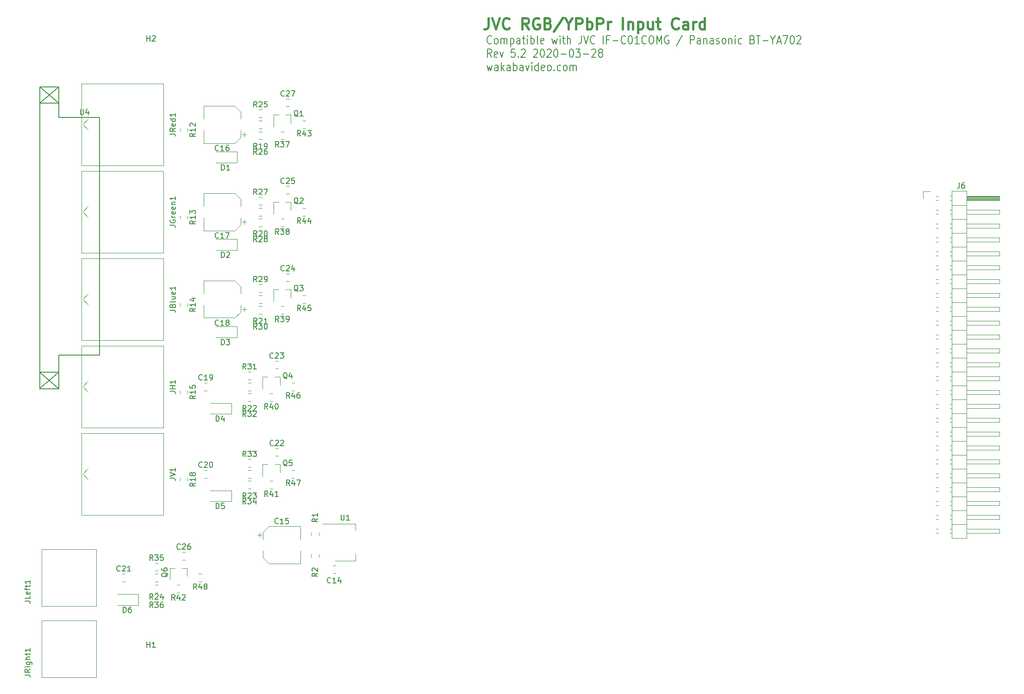
<source format=gbr>
G04 #@! TF.GenerationSoftware,KiCad,Pcbnew,(5.1.5)-2*
G04 #@! TF.CreationDate,2020-03-28T02:41:11+13:00*
G04 #@! TF.ProjectId,JVCard,4a564361-7264-42e6-9b69-6361645f7063,rev?*
G04 #@! TF.SameCoordinates,Original*
G04 #@! TF.FileFunction,Legend,Top*
G04 #@! TF.FilePolarity,Positive*
%FSLAX46Y46*%
G04 Gerber Fmt 4.6, Leading zero omitted, Abs format (unit mm)*
G04 Created by KiCad (PCBNEW (5.1.5)-2) date 2020-03-28 02:41:11*
%MOMM*%
%LPD*%
G04 APERTURE LIST*
%ADD10C,0.400000*%
%ADD11C,0.200000*%
%ADD12C,0.120000*%
%ADD13C,0.150000*%
G04 APERTURE END LIST*
D10*
X21723809Y-11504761D02*
X21723809Y-12933333D01*
X21628571Y-13219047D01*
X21438095Y-13409523D01*
X21152380Y-13504761D01*
X20961904Y-13504761D01*
X22390476Y-11504761D02*
X23057142Y-13504761D01*
X23723809Y-11504761D01*
X25533333Y-13314285D02*
X25438095Y-13409523D01*
X25152380Y-13504761D01*
X24961904Y-13504761D01*
X24676190Y-13409523D01*
X24485714Y-13219047D01*
X24390476Y-13028571D01*
X24295238Y-12647619D01*
X24295238Y-12361904D01*
X24390476Y-11980952D01*
X24485714Y-11790476D01*
X24676190Y-11600000D01*
X24961904Y-11504761D01*
X25152380Y-11504761D01*
X25438095Y-11600000D01*
X25533333Y-11695238D01*
X29057142Y-13504761D02*
X28390476Y-12552380D01*
X27914285Y-13504761D02*
X27914285Y-11504761D01*
X28676190Y-11504761D01*
X28866666Y-11600000D01*
X28961904Y-11695238D01*
X29057142Y-11885714D01*
X29057142Y-12171428D01*
X28961904Y-12361904D01*
X28866666Y-12457142D01*
X28676190Y-12552380D01*
X27914285Y-12552380D01*
X30961904Y-11600000D02*
X30771428Y-11504761D01*
X30485714Y-11504761D01*
X30199999Y-11600000D01*
X30009523Y-11790476D01*
X29914285Y-11980952D01*
X29819047Y-12361904D01*
X29819047Y-12647619D01*
X29914285Y-13028571D01*
X30009523Y-13219047D01*
X30199999Y-13409523D01*
X30485714Y-13504761D01*
X30676190Y-13504761D01*
X30961904Y-13409523D01*
X31057142Y-13314285D01*
X31057142Y-12647619D01*
X30676190Y-12647619D01*
X32580952Y-12457142D02*
X32866666Y-12552380D01*
X32961904Y-12647619D01*
X33057142Y-12838095D01*
X33057142Y-13123809D01*
X32961904Y-13314285D01*
X32866666Y-13409523D01*
X32676190Y-13504761D01*
X31914285Y-13504761D01*
X31914285Y-11504761D01*
X32580952Y-11504761D01*
X32771428Y-11600000D01*
X32866666Y-11695238D01*
X32961904Y-11885714D01*
X32961904Y-12076190D01*
X32866666Y-12266666D01*
X32771428Y-12361904D01*
X32580952Y-12457142D01*
X31914285Y-12457142D01*
X35342857Y-11409523D02*
X33628571Y-13980952D01*
X36390476Y-12552380D02*
X36390476Y-13504761D01*
X35723809Y-11504761D02*
X36390476Y-12552380D01*
X37057142Y-11504761D01*
X37723809Y-13504761D02*
X37723809Y-11504761D01*
X38485714Y-11504761D01*
X38676190Y-11600000D01*
X38771428Y-11695238D01*
X38866666Y-11885714D01*
X38866666Y-12171428D01*
X38771428Y-12361904D01*
X38676190Y-12457142D01*
X38485714Y-12552380D01*
X37723809Y-12552380D01*
X39723809Y-13504761D02*
X39723809Y-11504761D01*
X39723809Y-12266666D02*
X39914285Y-12171428D01*
X40295238Y-12171428D01*
X40485714Y-12266666D01*
X40580952Y-12361904D01*
X40676190Y-12552380D01*
X40676190Y-13123809D01*
X40580952Y-13314285D01*
X40485714Y-13409523D01*
X40295238Y-13504761D01*
X39914285Y-13504761D01*
X39723809Y-13409523D01*
X41533333Y-13504761D02*
X41533333Y-11504761D01*
X42295238Y-11504761D01*
X42485714Y-11600000D01*
X42580952Y-11695238D01*
X42676190Y-11885714D01*
X42676190Y-12171428D01*
X42580952Y-12361904D01*
X42485714Y-12457142D01*
X42295238Y-12552380D01*
X41533333Y-12552380D01*
X43533333Y-13504761D02*
X43533333Y-12171428D01*
X43533333Y-12552380D02*
X43628571Y-12361904D01*
X43723809Y-12266666D01*
X43914285Y-12171428D01*
X44104761Y-12171428D01*
X46295238Y-13504761D02*
X46295238Y-11504761D01*
X47247619Y-12171428D02*
X47247619Y-13504761D01*
X47247619Y-12361904D02*
X47342857Y-12266666D01*
X47533333Y-12171428D01*
X47819047Y-12171428D01*
X48009523Y-12266666D01*
X48104761Y-12457142D01*
X48104761Y-13504761D01*
X49057142Y-12171428D02*
X49057142Y-14171428D01*
X49057142Y-12266666D02*
X49247619Y-12171428D01*
X49628571Y-12171428D01*
X49819047Y-12266666D01*
X49914285Y-12361904D01*
X50009523Y-12552380D01*
X50009523Y-13123809D01*
X49914285Y-13314285D01*
X49819047Y-13409523D01*
X49628571Y-13504761D01*
X49247619Y-13504761D01*
X49057142Y-13409523D01*
X51723809Y-12171428D02*
X51723809Y-13504761D01*
X50866666Y-12171428D02*
X50866666Y-13219047D01*
X50961904Y-13409523D01*
X51152380Y-13504761D01*
X51438095Y-13504761D01*
X51628571Y-13409523D01*
X51723809Y-13314285D01*
X52390476Y-12171428D02*
X53152380Y-12171428D01*
X52676190Y-11504761D02*
X52676190Y-13219047D01*
X52771428Y-13409523D01*
X52961904Y-13504761D01*
X53152380Y-13504761D01*
X56485714Y-13314285D02*
X56390476Y-13409523D01*
X56104761Y-13504761D01*
X55914285Y-13504761D01*
X55628571Y-13409523D01*
X55438095Y-13219047D01*
X55342857Y-13028571D01*
X55247619Y-12647619D01*
X55247619Y-12361904D01*
X55342857Y-11980952D01*
X55438095Y-11790476D01*
X55628571Y-11600000D01*
X55914285Y-11504761D01*
X56104761Y-11504761D01*
X56390476Y-11600000D01*
X56485714Y-11695238D01*
X58200000Y-13504761D02*
X58200000Y-12457142D01*
X58104761Y-12266666D01*
X57914285Y-12171428D01*
X57533333Y-12171428D01*
X57342857Y-12266666D01*
X58200000Y-13409523D02*
X58009523Y-13504761D01*
X57533333Y-13504761D01*
X57342857Y-13409523D01*
X57247619Y-13219047D01*
X57247619Y-13028571D01*
X57342857Y-12838095D01*
X57533333Y-12742857D01*
X58009523Y-12742857D01*
X58200000Y-12647619D01*
X59152380Y-13504761D02*
X59152380Y-12171428D01*
X59152380Y-12552380D02*
X59247619Y-12361904D01*
X59342857Y-12266666D01*
X59533333Y-12171428D01*
X59723809Y-12171428D01*
X61247619Y-13504761D02*
X61247619Y-11504761D01*
X61247619Y-13409523D02*
X61057142Y-13504761D01*
X60676190Y-13504761D01*
X60485714Y-13409523D01*
X60390476Y-13314285D01*
X60295238Y-13123809D01*
X60295238Y-12552380D01*
X60390476Y-12361904D01*
X60485714Y-12266666D01*
X60676190Y-12171428D01*
X61057142Y-12171428D01*
X61247619Y-12266666D01*
D11*
X22282380Y-16085714D02*
X22220476Y-16157142D01*
X22034761Y-16228571D01*
X21910952Y-16228571D01*
X21725238Y-16157142D01*
X21601428Y-16014285D01*
X21539523Y-15871428D01*
X21477619Y-15585714D01*
X21477619Y-15371428D01*
X21539523Y-15085714D01*
X21601428Y-14942857D01*
X21725238Y-14800000D01*
X21910952Y-14728571D01*
X22034761Y-14728571D01*
X22220476Y-14800000D01*
X22282380Y-14871428D01*
X23025238Y-16228571D02*
X22901428Y-16157142D01*
X22839523Y-16085714D01*
X22777619Y-15942857D01*
X22777619Y-15514285D01*
X22839523Y-15371428D01*
X22901428Y-15300000D01*
X23025238Y-15228571D01*
X23210952Y-15228571D01*
X23334761Y-15300000D01*
X23396666Y-15371428D01*
X23458571Y-15514285D01*
X23458571Y-15942857D01*
X23396666Y-16085714D01*
X23334761Y-16157142D01*
X23210952Y-16228571D01*
X23025238Y-16228571D01*
X24015714Y-16228571D02*
X24015714Y-15228571D01*
X24015714Y-15371428D02*
X24077619Y-15300000D01*
X24201428Y-15228571D01*
X24387142Y-15228571D01*
X24510952Y-15300000D01*
X24572857Y-15442857D01*
X24572857Y-16228571D01*
X24572857Y-15442857D02*
X24634761Y-15300000D01*
X24758571Y-15228571D01*
X24944285Y-15228571D01*
X25068095Y-15300000D01*
X25130000Y-15442857D01*
X25130000Y-16228571D01*
X25749047Y-15228571D02*
X25749047Y-16728571D01*
X25749047Y-15300000D02*
X25872857Y-15228571D01*
X26120476Y-15228571D01*
X26244285Y-15300000D01*
X26306190Y-15371428D01*
X26368095Y-15514285D01*
X26368095Y-15942857D01*
X26306190Y-16085714D01*
X26244285Y-16157142D01*
X26120476Y-16228571D01*
X25872857Y-16228571D01*
X25749047Y-16157142D01*
X27482380Y-16228571D02*
X27482380Y-15442857D01*
X27420476Y-15300000D01*
X27296666Y-15228571D01*
X27049047Y-15228571D01*
X26925238Y-15300000D01*
X27482380Y-16157142D02*
X27358571Y-16228571D01*
X27049047Y-16228571D01*
X26925238Y-16157142D01*
X26863333Y-16014285D01*
X26863333Y-15871428D01*
X26925238Y-15728571D01*
X27049047Y-15657142D01*
X27358571Y-15657142D01*
X27482380Y-15585714D01*
X27915714Y-15228571D02*
X28410952Y-15228571D01*
X28101428Y-14728571D02*
X28101428Y-16014285D01*
X28163333Y-16157142D01*
X28287142Y-16228571D01*
X28410952Y-16228571D01*
X28844285Y-16228571D02*
X28844285Y-15228571D01*
X28844285Y-14728571D02*
X28782380Y-14800000D01*
X28844285Y-14871428D01*
X28906190Y-14800000D01*
X28844285Y-14728571D01*
X28844285Y-14871428D01*
X29463333Y-16228571D02*
X29463333Y-14728571D01*
X29463333Y-15300000D02*
X29587142Y-15228571D01*
X29834761Y-15228571D01*
X29958571Y-15300000D01*
X30020476Y-15371428D01*
X30082380Y-15514285D01*
X30082380Y-15942857D01*
X30020476Y-16085714D01*
X29958571Y-16157142D01*
X29834761Y-16228571D01*
X29587142Y-16228571D01*
X29463333Y-16157142D01*
X30825238Y-16228571D02*
X30701428Y-16157142D01*
X30639523Y-16014285D01*
X30639523Y-14728571D01*
X31815714Y-16157142D02*
X31691904Y-16228571D01*
X31444285Y-16228571D01*
X31320476Y-16157142D01*
X31258571Y-16014285D01*
X31258571Y-15442857D01*
X31320476Y-15300000D01*
X31444285Y-15228571D01*
X31691904Y-15228571D01*
X31815714Y-15300000D01*
X31877619Y-15442857D01*
X31877619Y-15585714D01*
X31258571Y-15728571D01*
X33301428Y-15228571D02*
X33549047Y-16228571D01*
X33796666Y-15514285D01*
X34044285Y-16228571D01*
X34291904Y-15228571D01*
X34787142Y-16228571D02*
X34787142Y-15228571D01*
X34787142Y-14728571D02*
X34725238Y-14800000D01*
X34787142Y-14871428D01*
X34849047Y-14800000D01*
X34787142Y-14728571D01*
X34787142Y-14871428D01*
X35220476Y-15228571D02*
X35715714Y-15228571D01*
X35406190Y-14728571D02*
X35406190Y-16014285D01*
X35468095Y-16157142D01*
X35591904Y-16228571D01*
X35715714Y-16228571D01*
X36149047Y-16228571D02*
X36149047Y-14728571D01*
X36706190Y-16228571D02*
X36706190Y-15442857D01*
X36644285Y-15300000D01*
X36520476Y-15228571D01*
X36334761Y-15228571D01*
X36210952Y-15300000D01*
X36149047Y-15371428D01*
X38687142Y-14728571D02*
X38687142Y-15800000D01*
X38625238Y-16014285D01*
X38501428Y-16157142D01*
X38315714Y-16228571D01*
X38191904Y-16228571D01*
X39120476Y-14728571D02*
X39553809Y-16228571D01*
X39987142Y-14728571D01*
X41163333Y-16085714D02*
X41101428Y-16157142D01*
X40915714Y-16228571D01*
X40791904Y-16228571D01*
X40606190Y-16157142D01*
X40482380Y-16014285D01*
X40420476Y-15871428D01*
X40358571Y-15585714D01*
X40358571Y-15371428D01*
X40420476Y-15085714D01*
X40482380Y-14942857D01*
X40606190Y-14800000D01*
X40791904Y-14728571D01*
X40915714Y-14728571D01*
X41101428Y-14800000D01*
X41163333Y-14871428D01*
X42710952Y-16228571D02*
X42710952Y-14728571D01*
X43763333Y-15442857D02*
X43330000Y-15442857D01*
X43330000Y-16228571D02*
X43330000Y-14728571D01*
X43949047Y-14728571D01*
X44444285Y-15657142D02*
X45434761Y-15657142D01*
X46796666Y-16085714D02*
X46734761Y-16157142D01*
X46549047Y-16228571D01*
X46425238Y-16228571D01*
X46239523Y-16157142D01*
X46115714Y-16014285D01*
X46053809Y-15871428D01*
X45991904Y-15585714D01*
X45991904Y-15371428D01*
X46053809Y-15085714D01*
X46115714Y-14942857D01*
X46239523Y-14800000D01*
X46425238Y-14728571D01*
X46549047Y-14728571D01*
X46734761Y-14800000D01*
X46796666Y-14871428D01*
X47601428Y-14728571D02*
X47725238Y-14728571D01*
X47849047Y-14800000D01*
X47910952Y-14871428D01*
X47972857Y-15014285D01*
X48034761Y-15300000D01*
X48034761Y-15657142D01*
X47972857Y-15942857D01*
X47910952Y-16085714D01*
X47849047Y-16157142D01*
X47725238Y-16228571D01*
X47601428Y-16228571D01*
X47477619Y-16157142D01*
X47415714Y-16085714D01*
X47353809Y-15942857D01*
X47291904Y-15657142D01*
X47291904Y-15300000D01*
X47353809Y-15014285D01*
X47415714Y-14871428D01*
X47477619Y-14800000D01*
X47601428Y-14728571D01*
X49272857Y-16228571D02*
X48530000Y-16228571D01*
X48901428Y-16228571D02*
X48901428Y-14728571D01*
X48777619Y-14942857D01*
X48653809Y-15085714D01*
X48530000Y-15157142D01*
X50572857Y-16085714D02*
X50510952Y-16157142D01*
X50325238Y-16228571D01*
X50201428Y-16228571D01*
X50015714Y-16157142D01*
X49891904Y-16014285D01*
X49830000Y-15871428D01*
X49768095Y-15585714D01*
X49768095Y-15371428D01*
X49830000Y-15085714D01*
X49891904Y-14942857D01*
X50015714Y-14800000D01*
X50201428Y-14728571D01*
X50325238Y-14728571D01*
X50510952Y-14800000D01*
X50572857Y-14871428D01*
X51377619Y-14728571D02*
X51625238Y-14728571D01*
X51749047Y-14800000D01*
X51872857Y-14942857D01*
X51934761Y-15228571D01*
X51934761Y-15728571D01*
X51872857Y-16014285D01*
X51749047Y-16157142D01*
X51625238Y-16228571D01*
X51377619Y-16228571D01*
X51253809Y-16157142D01*
X51130000Y-16014285D01*
X51068095Y-15728571D01*
X51068095Y-15228571D01*
X51130000Y-14942857D01*
X51253809Y-14800000D01*
X51377619Y-14728571D01*
X52491904Y-16228571D02*
X52491904Y-14728571D01*
X52925238Y-15800000D01*
X53358571Y-14728571D01*
X53358571Y-16228571D01*
X54658571Y-14800000D02*
X54534761Y-14728571D01*
X54349047Y-14728571D01*
X54163333Y-14800000D01*
X54039523Y-14942857D01*
X53977619Y-15085714D01*
X53915714Y-15371428D01*
X53915714Y-15585714D01*
X53977619Y-15871428D01*
X54039523Y-16014285D01*
X54163333Y-16157142D01*
X54349047Y-16228571D01*
X54472857Y-16228571D01*
X54658571Y-16157142D01*
X54720476Y-16085714D01*
X54720476Y-15585714D01*
X54472857Y-15585714D01*
X57196666Y-14657142D02*
X56082380Y-16585714D01*
X58620476Y-16228571D02*
X58620476Y-14728571D01*
X59115714Y-14728571D01*
X59239523Y-14800000D01*
X59301428Y-14871428D01*
X59363333Y-15014285D01*
X59363333Y-15228571D01*
X59301428Y-15371428D01*
X59239523Y-15442857D01*
X59115714Y-15514285D01*
X58620476Y-15514285D01*
X60477619Y-16228571D02*
X60477619Y-15442857D01*
X60415714Y-15300000D01*
X60291904Y-15228571D01*
X60044285Y-15228571D01*
X59920476Y-15300000D01*
X60477619Y-16157142D02*
X60353809Y-16228571D01*
X60044285Y-16228571D01*
X59920476Y-16157142D01*
X59858571Y-16014285D01*
X59858571Y-15871428D01*
X59920476Y-15728571D01*
X60044285Y-15657142D01*
X60353809Y-15657142D01*
X60477619Y-15585714D01*
X61096666Y-15228571D02*
X61096666Y-16228571D01*
X61096666Y-15371428D02*
X61158571Y-15300000D01*
X61282380Y-15228571D01*
X61468095Y-15228571D01*
X61591904Y-15300000D01*
X61653809Y-15442857D01*
X61653809Y-16228571D01*
X62830000Y-16228571D02*
X62830000Y-15442857D01*
X62768095Y-15300000D01*
X62644285Y-15228571D01*
X62396666Y-15228571D01*
X62272857Y-15300000D01*
X62830000Y-16157142D02*
X62706190Y-16228571D01*
X62396666Y-16228571D01*
X62272857Y-16157142D01*
X62210952Y-16014285D01*
X62210952Y-15871428D01*
X62272857Y-15728571D01*
X62396666Y-15657142D01*
X62706190Y-15657142D01*
X62830000Y-15585714D01*
X63387142Y-16157142D02*
X63510952Y-16228571D01*
X63758571Y-16228571D01*
X63882380Y-16157142D01*
X63944285Y-16014285D01*
X63944285Y-15942857D01*
X63882380Y-15800000D01*
X63758571Y-15728571D01*
X63572857Y-15728571D01*
X63449047Y-15657142D01*
X63387142Y-15514285D01*
X63387142Y-15442857D01*
X63449047Y-15300000D01*
X63572857Y-15228571D01*
X63758571Y-15228571D01*
X63882380Y-15300000D01*
X64687142Y-16228571D02*
X64563333Y-16157142D01*
X64501428Y-16085714D01*
X64439523Y-15942857D01*
X64439523Y-15514285D01*
X64501428Y-15371428D01*
X64563333Y-15300000D01*
X64687142Y-15228571D01*
X64872857Y-15228571D01*
X64996666Y-15300000D01*
X65058571Y-15371428D01*
X65120476Y-15514285D01*
X65120476Y-15942857D01*
X65058571Y-16085714D01*
X64996666Y-16157142D01*
X64872857Y-16228571D01*
X64687142Y-16228571D01*
X65677619Y-15228571D02*
X65677619Y-16228571D01*
X65677619Y-15371428D02*
X65739523Y-15300000D01*
X65863333Y-15228571D01*
X66049047Y-15228571D01*
X66172857Y-15300000D01*
X66234761Y-15442857D01*
X66234761Y-16228571D01*
X66853809Y-16228571D02*
X66853809Y-15228571D01*
X66853809Y-14728571D02*
X66791904Y-14800000D01*
X66853809Y-14871428D01*
X66915714Y-14800000D01*
X66853809Y-14728571D01*
X66853809Y-14871428D01*
X68030000Y-16157142D02*
X67906190Y-16228571D01*
X67658571Y-16228571D01*
X67534761Y-16157142D01*
X67472857Y-16085714D01*
X67410952Y-15942857D01*
X67410952Y-15514285D01*
X67472857Y-15371428D01*
X67534761Y-15300000D01*
X67658571Y-15228571D01*
X67906190Y-15228571D01*
X68030000Y-15300000D01*
X70010952Y-15442857D02*
X70196666Y-15514285D01*
X70258571Y-15585714D01*
X70320476Y-15728571D01*
X70320476Y-15942857D01*
X70258571Y-16085714D01*
X70196666Y-16157142D01*
X70072857Y-16228571D01*
X69577619Y-16228571D01*
X69577619Y-14728571D01*
X70010952Y-14728571D01*
X70134761Y-14800000D01*
X70196666Y-14871428D01*
X70258571Y-15014285D01*
X70258571Y-15157142D01*
X70196666Y-15300000D01*
X70134761Y-15371428D01*
X70010952Y-15442857D01*
X69577619Y-15442857D01*
X70691904Y-14728571D02*
X71434761Y-14728571D01*
X71063333Y-16228571D02*
X71063333Y-14728571D01*
X71868095Y-15657142D02*
X72858571Y-15657142D01*
X73725238Y-15514285D02*
X73725238Y-16228571D01*
X73291904Y-14728571D02*
X73725238Y-15514285D01*
X74158571Y-14728571D01*
X74530000Y-15800000D02*
X75149047Y-15800000D01*
X74406190Y-16228571D02*
X74839523Y-14728571D01*
X75272857Y-16228571D01*
X75582380Y-14728571D02*
X76449047Y-14728571D01*
X75891904Y-16228571D01*
X77191904Y-14728571D02*
X77315714Y-14728571D01*
X77439523Y-14800000D01*
X77501428Y-14871428D01*
X77563333Y-15014285D01*
X77625238Y-15300000D01*
X77625238Y-15657142D01*
X77563333Y-15942857D01*
X77501428Y-16085714D01*
X77439523Y-16157142D01*
X77315714Y-16228571D01*
X77191904Y-16228571D01*
X77068095Y-16157142D01*
X77006190Y-16085714D01*
X76944285Y-15942857D01*
X76882380Y-15657142D01*
X76882380Y-15300000D01*
X76944285Y-15014285D01*
X77006190Y-14871428D01*
X77068095Y-14800000D01*
X77191904Y-14728571D01*
X78120476Y-14871428D02*
X78182380Y-14800000D01*
X78306190Y-14728571D01*
X78615714Y-14728571D01*
X78739523Y-14800000D01*
X78801428Y-14871428D01*
X78863333Y-15014285D01*
X78863333Y-15157142D01*
X78801428Y-15371428D01*
X78058571Y-16228571D01*
X78863333Y-16228571D01*
X22282380Y-18678571D02*
X21849047Y-17964285D01*
X21539523Y-18678571D02*
X21539523Y-17178571D01*
X22034761Y-17178571D01*
X22158571Y-17250000D01*
X22220476Y-17321428D01*
X22282380Y-17464285D01*
X22282380Y-17678571D01*
X22220476Y-17821428D01*
X22158571Y-17892857D01*
X22034761Y-17964285D01*
X21539523Y-17964285D01*
X23334761Y-18607142D02*
X23210952Y-18678571D01*
X22963333Y-18678571D01*
X22839523Y-18607142D01*
X22777619Y-18464285D01*
X22777619Y-17892857D01*
X22839523Y-17750000D01*
X22963333Y-17678571D01*
X23210952Y-17678571D01*
X23334761Y-17750000D01*
X23396666Y-17892857D01*
X23396666Y-18035714D01*
X22777619Y-18178571D01*
X23830000Y-17678571D02*
X24139523Y-18678571D01*
X24449047Y-17678571D01*
X26553809Y-17178571D02*
X25934761Y-17178571D01*
X25872857Y-17892857D01*
X25934761Y-17821428D01*
X26058571Y-17750000D01*
X26368095Y-17750000D01*
X26491904Y-17821428D01*
X26553809Y-17892857D01*
X26615714Y-18035714D01*
X26615714Y-18392857D01*
X26553809Y-18535714D01*
X26491904Y-18607142D01*
X26368095Y-18678571D01*
X26058571Y-18678571D01*
X25934761Y-18607142D01*
X25872857Y-18535714D01*
X27172857Y-18535714D02*
X27234761Y-18607142D01*
X27172857Y-18678571D01*
X27110952Y-18607142D01*
X27172857Y-18535714D01*
X27172857Y-18678571D01*
X27730000Y-17321428D02*
X27791904Y-17250000D01*
X27915714Y-17178571D01*
X28225238Y-17178571D01*
X28349047Y-17250000D01*
X28410952Y-17321428D01*
X28472857Y-17464285D01*
X28472857Y-17607142D01*
X28410952Y-17821428D01*
X27668095Y-18678571D01*
X28472857Y-18678571D01*
X29958571Y-17321428D02*
X30020476Y-17250000D01*
X30144285Y-17178571D01*
X30453809Y-17178571D01*
X30577619Y-17250000D01*
X30639523Y-17321428D01*
X30701428Y-17464285D01*
X30701428Y-17607142D01*
X30639523Y-17821428D01*
X29896666Y-18678571D01*
X30701428Y-18678571D01*
X31506190Y-17178571D02*
X31630000Y-17178571D01*
X31753809Y-17250000D01*
X31815714Y-17321428D01*
X31877619Y-17464285D01*
X31939523Y-17750000D01*
X31939523Y-18107142D01*
X31877619Y-18392857D01*
X31815714Y-18535714D01*
X31753809Y-18607142D01*
X31630000Y-18678571D01*
X31506190Y-18678571D01*
X31382380Y-18607142D01*
X31320476Y-18535714D01*
X31258571Y-18392857D01*
X31196666Y-18107142D01*
X31196666Y-17750000D01*
X31258571Y-17464285D01*
X31320476Y-17321428D01*
X31382380Y-17250000D01*
X31506190Y-17178571D01*
X32434761Y-17321428D02*
X32496666Y-17250000D01*
X32620476Y-17178571D01*
X32930000Y-17178571D01*
X33053809Y-17250000D01*
X33115714Y-17321428D01*
X33177619Y-17464285D01*
X33177619Y-17607142D01*
X33115714Y-17821428D01*
X32372857Y-18678571D01*
X33177619Y-18678571D01*
X33982380Y-17178571D02*
X34106190Y-17178571D01*
X34230000Y-17250000D01*
X34291904Y-17321428D01*
X34353809Y-17464285D01*
X34415714Y-17750000D01*
X34415714Y-18107142D01*
X34353809Y-18392857D01*
X34291904Y-18535714D01*
X34230000Y-18607142D01*
X34106190Y-18678571D01*
X33982380Y-18678571D01*
X33858571Y-18607142D01*
X33796666Y-18535714D01*
X33734761Y-18392857D01*
X33672857Y-18107142D01*
X33672857Y-17750000D01*
X33734761Y-17464285D01*
X33796666Y-17321428D01*
X33858571Y-17250000D01*
X33982380Y-17178571D01*
X34972857Y-18107142D02*
X35963333Y-18107142D01*
X36830000Y-17178571D02*
X36953809Y-17178571D01*
X37077619Y-17250000D01*
X37139523Y-17321428D01*
X37201428Y-17464285D01*
X37263333Y-17750000D01*
X37263333Y-18107142D01*
X37201428Y-18392857D01*
X37139523Y-18535714D01*
X37077619Y-18607142D01*
X36953809Y-18678571D01*
X36830000Y-18678571D01*
X36706190Y-18607142D01*
X36644285Y-18535714D01*
X36582380Y-18392857D01*
X36520476Y-18107142D01*
X36520476Y-17750000D01*
X36582380Y-17464285D01*
X36644285Y-17321428D01*
X36706190Y-17250000D01*
X36830000Y-17178571D01*
X37696666Y-17178571D02*
X38501428Y-17178571D01*
X38068095Y-17750000D01*
X38253809Y-17750000D01*
X38377619Y-17821428D01*
X38439523Y-17892857D01*
X38501428Y-18035714D01*
X38501428Y-18392857D01*
X38439523Y-18535714D01*
X38377619Y-18607142D01*
X38253809Y-18678571D01*
X37882380Y-18678571D01*
X37758571Y-18607142D01*
X37696666Y-18535714D01*
X39058571Y-18107142D02*
X40049047Y-18107142D01*
X40606190Y-17321428D02*
X40668095Y-17250000D01*
X40791904Y-17178571D01*
X41101428Y-17178571D01*
X41225238Y-17250000D01*
X41287142Y-17321428D01*
X41349047Y-17464285D01*
X41349047Y-17607142D01*
X41287142Y-17821428D01*
X40544285Y-18678571D01*
X41349047Y-18678571D01*
X42091904Y-17821428D02*
X41968095Y-17750000D01*
X41906190Y-17678571D01*
X41844285Y-17535714D01*
X41844285Y-17464285D01*
X41906190Y-17321428D01*
X41968095Y-17250000D01*
X42091904Y-17178571D01*
X42339523Y-17178571D01*
X42463333Y-17250000D01*
X42525238Y-17321428D01*
X42587142Y-17464285D01*
X42587142Y-17535714D01*
X42525238Y-17678571D01*
X42463333Y-17750000D01*
X42339523Y-17821428D01*
X42091904Y-17821428D01*
X41968095Y-17892857D01*
X41906190Y-17964285D01*
X41844285Y-18107142D01*
X41844285Y-18392857D01*
X41906190Y-18535714D01*
X41968095Y-18607142D01*
X42091904Y-18678571D01*
X42339523Y-18678571D01*
X42463333Y-18607142D01*
X42525238Y-18535714D01*
X42587142Y-18392857D01*
X42587142Y-18107142D01*
X42525238Y-17964285D01*
X42463333Y-17892857D01*
X42339523Y-17821428D01*
X21415714Y-20128571D02*
X21663333Y-21128571D01*
X21910952Y-20414285D01*
X22158571Y-21128571D01*
X22406190Y-20128571D01*
X23458571Y-21128571D02*
X23458571Y-20342857D01*
X23396666Y-20200000D01*
X23272857Y-20128571D01*
X23025238Y-20128571D01*
X22901428Y-20200000D01*
X23458571Y-21057142D02*
X23334761Y-21128571D01*
X23025238Y-21128571D01*
X22901428Y-21057142D01*
X22839523Y-20914285D01*
X22839523Y-20771428D01*
X22901428Y-20628571D01*
X23025238Y-20557142D01*
X23334761Y-20557142D01*
X23458571Y-20485714D01*
X24077619Y-21128571D02*
X24077619Y-19628571D01*
X24201428Y-20557142D02*
X24572857Y-21128571D01*
X24572857Y-20128571D02*
X24077619Y-20700000D01*
X25687142Y-21128571D02*
X25687142Y-20342857D01*
X25625238Y-20200000D01*
X25501428Y-20128571D01*
X25253809Y-20128571D01*
X25130000Y-20200000D01*
X25687142Y-21057142D02*
X25563333Y-21128571D01*
X25253809Y-21128571D01*
X25130000Y-21057142D01*
X25068095Y-20914285D01*
X25068095Y-20771428D01*
X25130000Y-20628571D01*
X25253809Y-20557142D01*
X25563333Y-20557142D01*
X25687142Y-20485714D01*
X26306190Y-21128571D02*
X26306190Y-19628571D01*
X26306190Y-20200000D02*
X26430000Y-20128571D01*
X26677619Y-20128571D01*
X26801428Y-20200000D01*
X26863333Y-20271428D01*
X26925238Y-20414285D01*
X26925238Y-20842857D01*
X26863333Y-20985714D01*
X26801428Y-21057142D01*
X26677619Y-21128571D01*
X26430000Y-21128571D01*
X26306190Y-21057142D01*
X28039523Y-21128571D02*
X28039523Y-20342857D01*
X27977619Y-20200000D01*
X27853809Y-20128571D01*
X27606190Y-20128571D01*
X27482380Y-20200000D01*
X28039523Y-21057142D02*
X27915714Y-21128571D01*
X27606190Y-21128571D01*
X27482380Y-21057142D01*
X27420476Y-20914285D01*
X27420476Y-20771428D01*
X27482380Y-20628571D01*
X27606190Y-20557142D01*
X27915714Y-20557142D01*
X28039523Y-20485714D01*
X28534761Y-20128571D02*
X28844285Y-21128571D01*
X29153809Y-20128571D01*
X29649047Y-21128571D02*
X29649047Y-20128571D01*
X29649047Y-19628571D02*
X29587142Y-19700000D01*
X29649047Y-19771428D01*
X29710952Y-19700000D01*
X29649047Y-19628571D01*
X29649047Y-19771428D01*
X30825238Y-21128571D02*
X30825238Y-19628571D01*
X30825238Y-21057142D02*
X30701428Y-21128571D01*
X30453809Y-21128571D01*
X30330000Y-21057142D01*
X30268095Y-20985714D01*
X30206190Y-20842857D01*
X30206190Y-20414285D01*
X30268095Y-20271428D01*
X30330000Y-20200000D01*
X30453809Y-20128571D01*
X30701428Y-20128571D01*
X30825238Y-20200000D01*
X31939523Y-21057142D02*
X31815714Y-21128571D01*
X31568095Y-21128571D01*
X31444285Y-21057142D01*
X31382380Y-20914285D01*
X31382380Y-20342857D01*
X31444285Y-20200000D01*
X31568095Y-20128571D01*
X31815714Y-20128571D01*
X31939523Y-20200000D01*
X32001428Y-20342857D01*
X32001428Y-20485714D01*
X31382380Y-20628571D01*
X32744285Y-21128571D02*
X32620476Y-21057142D01*
X32558571Y-20985714D01*
X32496666Y-20842857D01*
X32496666Y-20414285D01*
X32558571Y-20271428D01*
X32620476Y-20200000D01*
X32744285Y-20128571D01*
X32930000Y-20128571D01*
X33053809Y-20200000D01*
X33115714Y-20271428D01*
X33177619Y-20414285D01*
X33177619Y-20842857D01*
X33115714Y-20985714D01*
X33053809Y-21057142D01*
X32930000Y-21128571D01*
X32744285Y-21128571D01*
X33734761Y-20985714D02*
X33796666Y-21057142D01*
X33734761Y-21128571D01*
X33672857Y-21057142D01*
X33734761Y-20985714D01*
X33734761Y-21128571D01*
X34910952Y-21057142D02*
X34787142Y-21128571D01*
X34539523Y-21128571D01*
X34415714Y-21057142D01*
X34353809Y-20985714D01*
X34291904Y-20842857D01*
X34291904Y-20414285D01*
X34353809Y-20271428D01*
X34415714Y-20200000D01*
X34539523Y-20128571D01*
X34787142Y-20128571D01*
X34910952Y-20200000D01*
X35653809Y-21128571D02*
X35530000Y-21057142D01*
X35468095Y-20985714D01*
X35406190Y-20842857D01*
X35406190Y-20414285D01*
X35468095Y-20271428D01*
X35530000Y-20200000D01*
X35653809Y-20128571D01*
X35839523Y-20128571D01*
X35963333Y-20200000D01*
X36025238Y-20271428D01*
X36087142Y-20414285D01*
X36087142Y-20842857D01*
X36025238Y-20985714D01*
X35963333Y-21057142D01*
X35839523Y-21128571D01*
X35653809Y-21128571D01*
X36644285Y-21128571D02*
X36644285Y-20128571D01*
X36644285Y-20271428D02*
X36706190Y-20200000D01*
X36830000Y-20128571D01*
X37015714Y-20128571D01*
X37139523Y-20200000D01*
X37201428Y-20342857D01*
X37201428Y-21128571D01*
X37201428Y-20342857D02*
X37263333Y-20200000D01*
X37387142Y-20128571D01*
X37572857Y-20128571D01*
X37696666Y-20200000D01*
X37758571Y-20342857D01*
X37758571Y-21128571D01*
D12*
X-8600000Y-104090000D02*
X-2590000Y-104090000D01*
X-6350000Y-110910000D02*
X-2590000Y-110910000D01*
X-2590000Y-104090000D02*
X-2590000Y-105350000D01*
X-2590000Y-110910000D02*
X-2590000Y-109650000D01*
X-10710000Y-109738748D02*
X-10710000Y-110261252D01*
X-9290000Y-109738748D02*
X-9290000Y-110261252D01*
X-10710000Y-105738748D02*
X-10710000Y-106261252D01*
X-9290000Y-105738748D02*
X-9290000Y-106261252D01*
X-42300000Y-119000000D02*
X-46150000Y-119000000D01*
X-42300000Y-117000000D02*
X-46150000Y-117000000D01*
X-42300000Y-119000000D02*
X-42300000Y-117000000D01*
X-25300000Y-100000000D02*
X-29150000Y-100000000D01*
X-25300000Y-98000000D02*
X-29150000Y-98000000D01*
X-25300000Y-100000000D02*
X-25300000Y-98000000D01*
X-25300000Y-84000000D02*
X-29150000Y-84000000D01*
X-25300000Y-82000000D02*
X-29150000Y-82000000D01*
X-25300000Y-84000000D02*
X-25300000Y-82000000D01*
X-24300000Y-70000000D02*
X-28150000Y-70000000D01*
X-24300000Y-68000000D02*
X-28150000Y-68000000D01*
X-24300000Y-70000000D02*
X-24300000Y-68000000D01*
X-24300000Y-54000000D02*
X-28150000Y-54000000D01*
X-24300000Y-52000000D02*
X-28150000Y-52000000D01*
X-24300000Y-54000000D02*
X-24300000Y-52000000D01*
X-24300000Y-38000000D02*
X-28150000Y-38000000D01*
X-24300000Y-36000000D02*
X-28150000Y-36000000D01*
X-24300000Y-38000000D02*
X-24300000Y-36000000D01*
D13*
X-56850000Y-76370000D02*
X-60350000Y-76370000D01*
X-56850000Y-73215000D02*
X-56850000Y-79370000D01*
X-49400000Y-73215000D02*
X-56850000Y-73215000D01*
X-49400000Y-29715000D02*
X-49400000Y-73215000D01*
X-56850000Y-29715000D02*
X-49400000Y-29715000D01*
X-56850000Y-29715000D02*
X-56850000Y-24100000D01*
X-60350000Y-27100000D02*
X-56850000Y-27100000D01*
X-60350000Y-79370000D02*
X-60350000Y-24100000D01*
X-56850000Y-79370000D02*
X-60350000Y-79370000D01*
X-60350000Y-24100000D02*
X-56850000Y-24100000D01*
X-56852120Y-76369700D02*
X-60344620Y-79356740D01*
X-60357320Y-76377320D02*
X-56854660Y-79366900D01*
X-56859740Y-24110720D02*
X-60339540Y-27082520D01*
X-60342080Y-24118340D02*
X-56874980Y-27085060D01*
D12*
X-30738748Y-113290000D02*
X-31261252Y-113290000D01*
X-30738748Y-114710000D02*
X-31261252Y-114710000D01*
X-13738748Y-94290000D02*
X-14261252Y-94290000D01*
X-13738748Y-95710000D02*
X-14261252Y-95710000D01*
X-13738748Y-78290000D02*
X-14261252Y-78290000D01*
X-13738748Y-79710000D02*
X-14261252Y-79710000D01*
X-11738748Y-62290000D02*
X-12261252Y-62290000D01*
X-11738748Y-63710000D02*
X-12261252Y-63710000D01*
X-11738748Y-46290000D02*
X-12261252Y-46290000D01*
X-11738748Y-47710000D02*
X-12261252Y-47710000D01*
X-11738748Y-30290000D02*
X-12261252Y-30290000D01*
X-11738748Y-31710000D02*
X-12261252Y-31710000D01*
X-34738748Y-115290000D02*
X-35261252Y-115290000D01*
X-34738748Y-116710000D02*
X-35261252Y-116710000D01*
X-17738748Y-96290000D02*
X-18261252Y-96290000D01*
X-17738748Y-97710000D02*
X-18261252Y-97710000D01*
X-17738748Y-80290000D02*
X-18261252Y-80290000D01*
X-17738748Y-81710000D02*
X-18261252Y-81710000D01*
X-15738748Y-64290000D02*
X-16261252Y-64290000D01*
X-15738748Y-65710000D02*
X-16261252Y-65710000D01*
X-15738748Y-48290000D02*
X-16261252Y-48290000D01*
X-15738748Y-49710000D02*
X-16261252Y-49710000D01*
X-15738748Y-32290000D02*
X-16261252Y-32290000D01*
X-15738748Y-33710000D02*
X-16261252Y-33710000D01*
X-38738748Y-115290000D02*
X-39261252Y-115290000D01*
X-38738748Y-116710000D02*
X-39261252Y-116710000D01*
X-39261252Y-112710000D02*
X-38738748Y-112710000D01*
X-39261252Y-111290000D02*
X-38738748Y-111290000D01*
X-21738748Y-96290000D02*
X-22261252Y-96290000D01*
X-21738748Y-97710000D02*
X-22261252Y-97710000D01*
X-22261252Y-93710000D02*
X-21738748Y-93710000D01*
X-22261252Y-92290000D02*
X-21738748Y-92290000D01*
X-21738748Y-80290000D02*
X-22261252Y-80290000D01*
X-21738748Y-81710000D02*
X-22261252Y-81710000D01*
X-22261252Y-77710000D02*
X-21738748Y-77710000D01*
X-22261252Y-76290000D02*
X-21738748Y-76290000D01*
X-19738748Y-64290000D02*
X-20261252Y-64290000D01*
X-19738748Y-65710000D02*
X-20261252Y-65710000D01*
X-20261252Y-61710000D02*
X-19738748Y-61710000D01*
X-20261252Y-60290000D02*
X-19738748Y-60290000D01*
X-19738748Y-48290000D02*
X-20261252Y-48290000D01*
X-19738748Y-49710000D02*
X-20261252Y-49710000D01*
X-20261252Y-45710000D02*
X-19738748Y-45710000D01*
X-20261252Y-44290000D02*
X-19738748Y-44290000D01*
X-19738748Y-32290000D02*
X-20261252Y-32290000D01*
X-19738748Y-33710000D02*
X-20261252Y-33710000D01*
X-20261252Y-29710000D02*
X-19738748Y-29710000D01*
X-20261252Y-28290000D02*
X-19738748Y-28290000D01*
X-38738748Y-113290000D02*
X-39261252Y-113290000D01*
X-38738748Y-114710000D02*
X-39261252Y-114710000D01*
X-21738748Y-94290000D02*
X-22261252Y-94290000D01*
X-21738748Y-95710000D02*
X-22261252Y-95710000D01*
X-21738748Y-78290000D02*
X-22261252Y-78290000D01*
X-21738748Y-79710000D02*
X-22261252Y-79710000D01*
X-19738748Y-62290000D02*
X-20261252Y-62290000D01*
X-19738748Y-63710000D02*
X-20261252Y-63710000D01*
X-19738748Y-46290000D02*
X-20261252Y-46290000D01*
X-19738748Y-47710000D02*
X-20261252Y-47710000D01*
X-19738748Y-30290000D02*
X-20261252Y-30290000D01*
X-19738748Y-31710000D02*
X-20261252Y-31710000D01*
X-34710000Y-95738748D02*
X-34710000Y-96261252D01*
X-33290000Y-95738748D02*
X-33290000Y-96261252D01*
X-34710000Y-79738748D02*
X-34710000Y-80261252D01*
X-33290000Y-79738748D02*
X-33290000Y-80261252D01*
X-34710000Y-63738748D02*
X-34710000Y-64261252D01*
X-33290000Y-63738748D02*
X-33290000Y-64261252D01*
X-34710000Y-47738748D02*
X-34710000Y-48261252D01*
X-33290000Y-47738748D02*
X-33290000Y-48261252D01*
X-34710000Y-31738748D02*
X-34710000Y-32261252D01*
X-33290000Y-31738748D02*
X-33290000Y-32261252D01*
X-33420000Y-112240000D02*
X-33420000Y-113700000D01*
X-36580000Y-112240000D02*
X-36580000Y-114400000D01*
X-36580000Y-112240000D02*
X-35650000Y-112240000D01*
X-33420000Y-112240000D02*
X-34350000Y-112240000D01*
X-16420000Y-93240000D02*
X-16420000Y-94700000D01*
X-19580000Y-93240000D02*
X-19580000Y-95400000D01*
X-19580000Y-93240000D02*
X-18650000Y-93240000D01*
X-16420000Y-93240000D02*
X-17350000Y-93240000D01*
X-16420000Y-77240000D02*
X-16420000Y-78700000D01*
X-19580000Y-77240000D02*
X-19580000Y-79400000D01*
X-19580000Y-77240000D02*
X-18650000Y-77240000D01*
X-16420000Y-77240000D02*
X-17350000Y-77240000D01*
X-14420000Y-61240000D02*
X-14420000Y-62700000D01*
X-17580000Y-61240000D02*
X-17580000Y-63400000D01*
X-17580000Y-61240000D02*
X-16650000Y-61240000D01*
X-14420000Y-61240000D02*
X-15350000Y-61240000D01*
X-14420000Y-45240000D02*
X-14420000Y-46700000D01*
X-17580000Y-45240000D02*
X-17580000Y-47400000D01*
X-17580000Y-45240000D02*
X-16650000Y-45240000D01*
X-14420000Y-45240000D02*
X-15350000Y-45240000D01*
X-14420000Y-29240000D02*
X-14420000Y-30700000D01*
X-17580000Y-29240000D02*
X-17580000Y-31400000D01*
X-17580000Y-29240000D02*
X-16650000Y-29240000D01*
X-14420000Y-29240000D02*
X-15350000Y-29240000D01*
X-52500000Y-95000000D02*
X-51500000Y-94000000D01*
X-52500000Y-95000000D02*
X-51500000Y-96000000D01*
X-37700000Y-102500000D02*
X-52700000Y-102500000D01*
X-37700000Y-87500000D02*
X-37700000Y-102500000D01*
X-52700000Y-87500000D02*
X-37700000Y-87500000D01*
X-52700000Y-102500000D02*
X-52700000Y-87500000D01*
X-50000000Y-132200000D02*
X-60000000Y-132200000D01*
X-50000000Y-121800000D02*
X-50000000Y-132200000D01*
X-60000000Y-121800000D02*
X-50000000Y-121800000D01*
X-60000000Y-132200000D02*
X-60000000Y-121800000D01*
X-52500000Y-31000000D02*
X-51500000Y-30000000D01*
X-52500000Y-31000000D02*
X-51500000Y-32000000D01*
X-37700000Y-38500000D02*
X-52700000Y-38500000D01*
X-37700000Y-23500000D02*
X-37700000Y-38500000D01*
X-52700000Y-23500000D02*
X-37700000Y-23500000D01*
X-52700000Y-38500000D02*
X-52700000Y-23500000D01*
X-50000000Y-119200000D02*
X-60000000Y-119200000D01*
X-50000000Y-108800000D02*
X-50000000Y-119200000D01*
X-60000000Y-108800000D02*
X-50000000Y-108800000D01*
X-60000000Y-119200000D02*
X-60000000Y-108800000D01*
X-52500000Y-79000000D02*
X-51500000Y-78000000D01*
X-52500000Y-79000000D02*
X-51500000Y-80000000D01*
X-37700000Y-86500000D02*
X-52700000Y-86500000D01*
X-37700000Y-71500000D02*
X-37700000Y-86500000D01*
X-52700000Y-71500000D02*
X-37700000Y-71500000D01*
X-52700000Y-86500000D02*
X-52700000Y-71500000D01*
X-52500000Y-47000000D02*
X-51500000Y-46000000D01*
X-52500000Y-47000000D02*
X-51500000Y-48000000D01*
X-37700000Y-54500000D02*
X-52700000Y-54500000D01*
X-37700000Y-39500000D02*
X-37700000Y-54500000D01*
X-52700000Y-39500000D02*
X-37700000Y-39500000D01*
X-52700000Y-54500000D02*
X-52700000Y-39500000D01*
X-52500000Y-63000000D02*
X-51500000Y-62000000D01*
X-52500000Y-63000000D02*
X-51500000Y-64000000D01*
X-37700000Y-70500000D02*
X-52700000Y-70500000D01*
X-37700000Y-55500000D02*
X-37700000Y-70500000D01*
X-52700000Y-55500000D02*
X-37700000Y-55500000D01*
X-52700000Y-70500000D02*
X-52700000Y-55500000D01*
X101230000Y-43230000D02*
X102500000Y-43230000D01*
X101230000Y-44500000D02*
X101230000Y-43230000D01*
X103542929Y-105840000D02*
X103997071Y-105840000D01*
X103542929Y-105080000D02*
X103997071Y-105080000D01*
X106082929Y-105840000D02*
X106480000Y-105840000D01*
X106082929Y-105080000D02*
X106480000Y-105080000D01*
X115140000Y-105840000D02*
X109140000Y-105840000D01*
X115140000Y-105080000D02*
X115140000Y-105840000D01*
X109140000Y-105080000D02*
X115140000Y-105080000D01*
X106480000Y-104190000D02*
X109140000Y-104190000D01*
X103542929Y-103300000D02*
X103997071Y-103300000D01*
X103542929Y-102540000D02*
X103997071Y-102540000D01*
X106082929Y-103300000D02*
X106480000Y-103300000D01*
X106082929Y-102540000D02*
X106480000Y-102540000D01*
X115140000Y-103300000D02*
X109140000Y-103300000D01*
X115140000Y-102540000D02*
X115140000Y-103300000D01*
X109140000Y-102540000D02*
X115140000Y-102540000D01*
X106480000Y-101650000D02*
X109140000Y-101650000D01*
X103542929Y-100760000D02*
X103997071Y-100760000D01*
X103542929Y-100000000D02*
X103997071Y-100000000D01*
X106082929Y-100760000D02*
X106480000Y-100760000D01*
X106082929Y-100000000D02*
X106480000Y-100000000D01*
X115140000Y-100760000D02*
X109140000Y-100760000D01*
X115140000Y-100000000D02*
X115140000Y-100760000D01*
X109140000Y-100000000D02*
X115140000Y-100000000D01*
X106480000Y-99110000D02*
X109140000Y-99110000D01*
X103542929Y-98220000D02*
X103997071Y-98220000D01*
X103542929Y-97460000D02*
X103997071Y-97460000D01*
X106082929Y-98220000D02*
X106480000Y-98220000D01*
X106082929Y-97460000D02*
X106480000Y-97460000D01*
X115140000Y-98220000D02*
X109140000Y-98220000D01*
X115140000Y-97460000D02*
X115140000Y-98220000D01*
X109140000Y-97460000D02*
X115140000Y-97460000D01*
X106480000Y-96570000D02*
X109140000Y-96570000D01*
X103542929Y-95680000D02*
X103997071Y-95680000D01*
X103542929Y-94920000D02*
X103997071Y-94920000D01*
X106082929Y-95680000D02*
X106480000Y-95680000D01*
X106082929Y-94920000D02*
X106480000Y-94920000D01*
X115140000Y-95680000D02*
X109140000Y-95680000D01*
X115140000Y-94920000D02*
X115140000Y-95680000D01*
X109140000Y-94920000D02*
X115140000Y-94920000D01*
X106480000Y-94030000D02*
X109140000Y-94030000D01*
X103542929Y-93140000D02*
X103997071Y-93140000D01*
X103542929Y-92380000D02*
X103997071Y-92380000D01*
X106082929Y-93140000D02*
X106480000Y-93140000D01*
X106082929Y-92380000D02*
X106480000Y-92380000D01*
X115140000Y-93140000D02*
X109140000Y-93140000D01*
X115140000Y-92380000D02*
X115140000Y-93140000D01*
X109140000Y-92380000D02*
X115140000Y-92380000D01*
X106480000Y-91490000D02*
X109140000Y-91490000D01*
X103542929Y-90600000D02*
X103997071Y-90600000D01*
X103542929Y-89840000D02*
X103997071Y-89840000D01*
X106082929Y-90600000D02*
X106480000Y-90600000D01*
X106082929Y-89840000D02*
X106480000Y-89840000D01*
X115140000Y-90600000D02*
X109140000Y-90600000D01*
X115140000Y-89840000D02*
X115140000Y-90600000D01*
X109140000Y-89840000D02*
X115140000Y-89840000D01*
X106480000Y-88950000D02*
X109140000Y-88950000D01*
X103542929Y-88060000D02*
X103997071Y-88060000D01*
X103542929Y-87300000D02*
X103997071Y-87300000D01*
X106082929Y-88060000D02*
X106480000Y-88060000D01*
X106082929Y-87300000D02*
X106480000Y-87300000D01*
X115140000Y-88060000D02*
X109140000Y-88060000D01*
X115140000Y-87300000D02*
X115140000Y-88060000D01*
X109140000Y-87300000D02*
X115140000Y-87300000D01*
X106480000Y-86410000D02*
X109140000Y-86410000D01*
X103542929Y-85520000D02*
X103997071Y-85520000D01*
X103542929Y-84760000D02*
X103997071Y-84760000D01*
X106082929Y-85520000D02*
X106480000Y-85520000D01*
X106082929Y-84760000D02*
X106480000Y-84760000D01*
X115140000Y-85520000D02*
X109140000Y-85520000D01*
X115140000Y-84760000D02*
X115140000Y-85520000D01*
X109140000Y-84760000D02*
X115140000Y-84760000D01*
X106480000Y-83870000D02*
X109140000Y-83870000D01*
X103542929Y-82980000D02*
X103997071Y-82980000D01*
X103542929Y-82220000D02*
X103997071Y-82220000D01*
X106082929Y-82980000D02*
X106480000Y-82980000D01*
X106082929Y-82220000D02*
X106480000Y-82220000D01*
X115140000Y-82980000D02*
X109140000Y-82980000D01*
X115140000Y-82220000D02*
X115140000Y-82980000D01*
X109140000Y-82220000D02*
X115140000Y-82220000D01*
X106480000Y-81330000D02*
X109140000Y-81330000D01*
X103542929Y-80440000D02*
X103997071Y-80440000D01*
X103542929Y-79680000D02*
X103997071Y-79680000D01*
X106082929Y-80440000D02*
X106480000Y-80440000D01*
X106082929Y-79680000D02*
X106480000Y-79680000D01*
X115140000Y-80440000D02*
X109140000Y-80440000D01*
X115140000Y-79680000D02*
X115140000Y-80440000D01*
X109140000Y-79680000D02*
X115140000Y-79680000D01*
X106480000Y-78790000D02*
X109140000Y-78790000D01*
X103542929Y-77900000D02*
X103997071Y-77900000D01*
X103542929Y-77140000D02*
X103997071Y-77140000D01*
X106082929Y-77900000D02*
X106480000Y-77900000D01*
X106082929Y-77140000D02*
X106480000Y-77140000D01*
X115140000Y-77900000D02*
X109140000Y-77900000D01*
X115140000Y-77140000D02*
X115140000Y-77900000D01*
X109140000Y-77140000D02*
X115140000Y-77140000D01*
X106480000Y-76250000D02*
X109140000Y-76250000D01*
X103542929Y-75360000D02*
X103997071Y-75360000D01*
X103542929Y-74600000D02*
X103997071Y-74600000D01*
X106082929Y-75360000D02*
X106480000Y-75360000D01*
X106082929Y-74600000D02*
X106480000Y-74600000D01*
X115140000Y-75360000D02*
X109140000Y-75360000D01*
X115140000Y-74600000D02*
X115140000Y-75360000D01*
X109140000Y-74600000D02*
X115140000Y-74600000D01*
X106480000Y-73710000D02*
X109140000Y-73710000D01*
X103542929Y-72820000D02*
X103997071Y-72820000D01*
X103542929Y-72060000D02*
X103997071Y-72060000D01*
X106082929Y-72820000D02*
X106480000Y-72820000D01*
X106082929Y-72060000D02*
X106480000Y-72060000D01*
X115140000Y-72820000D02*
X109140000Y-72820000D01*
X115140000Y-72060000D02*
X115140000Y-72820000D01*
X109140000Y-72060000D02*
X115140000Y-72060000D01*
X106480000Y-71170000D02*
X109140000Y-71170000D01*
X103542929Y-70280000D02*
X103997071Y-70280000D01*
X103542929Y-69520000D02*
X103997071Y-69520000D01*
X106082929Y-70280000D02*
X106480000Y-70280000D01*
X106082929Y-69520000D02*
X106480000Y-69520000D01*
X115140000Y-70280000D02*
X109140000Y-70280000D01*
X115140000Y-69520000D02*
X115140000Y-70280000D01*
X109140000Y-69520000D02*
X115140000Y-69520000D01*
X106480000Y-68630000D02*
X109140000Y-68630000D01*
X103542929Y-67740000D02*
X103997071Y-67740000D01*
X103542929Y-66980000D02*
X103997071Y-66980000D01*
X106082929Y-67740000D02*
X106480000Y-67740000D01*
X106082929Y-66980000D02*
X106480000Y-66980000D01*
X115140000Y-67740000D02*
X109140000Y-67740000D01*
X115140000Y-66980000D02*
X115140000Y-67740000D01*
X109140000Y-66980000D02*
X115140000Y-66980000D01*
X106480000Y-66090000D02*
X109140000Y-66090000D01*
X103542929Y-65200000D02*
X103997071Y-65200000D01*
X103542929Y-64440000D02*
X103997071Y-64440000D01*
X106082929Y-65200000D02*
X106480000Y-65200000D01*
X106082929Y-64440000D02*
X106480000Y-64440000D01*
X115140000Y-65200000D02*
X109140000Y-65200000D01*
X115140000Y-64440000D02*
X115140000Y-65200000D01*
X109140000Y-64440000D02*
X115140000Y-64440000D01*
X106480000Y-63550000D02*
X109140000Y-63550000D01*
X103542929Y-62660000D02*
X103997071Y-62660000D01*
X103542929Y-61900000D02*
X103997071Y-61900000D01*
X106082929Y-62660000D02*
X106480000Y-62660000D01*
X106082929Y-61900000D02*
X106480000Y-61900000D01*
X115140000Y-62660000D02*
X109140000Y-62660000D01*
X115140000Y-61900000D02*
X115140000Y-62660000D01*
X109140000Y-61900000D02*
X115140000Y-61900000D01*
X106480000Y-61010000D02*
X109140000Y-61010000D01*
X103542929Y-60120000D02*
X103997071Y-60120000D01*
X103542929Y-59360000D02*
X103997071Y-59360000D01*
X106082929Y-60120000D02*
X106480000Y-60120000D01*
X106082929Y-59360000D02*
X106480000Y-59360000D01*
X115140000Y-60120000D02*
X109140000Y-60120000D01*
X115140000Y-59360000D02*
X115140000Y-60120000D01*
X109140000Y-59360000D02*
X115140000Y-59360000D01*
X106480000Y-58470000D02*
X109140000Y-58470000D01*
X103542929Y-57580000D02*
X103997071Y-57580000D01*
X103542929Y-56820000D02*
X103997071Y-56820000D01*
X106082929Y-57580000D02*
X106480000Y-57580000D01*
X106082929Y-56820000D02*
X106480000Y-56820000D01*
X115140000Y-57580000D02*
X109140000Y-57580000D01*
X115140000Y-56820000D02*
X115140000Y-57580000D01*
X109140000Y-56820000D02*
X115140000Y-56820000D01*
X106480000Y-55930000D02*
X109140000Y-55930000D01*
X103542929Y-55040000D02*
X103997071Y-55040000D01*
X103542929Y-54280000D02*
X103997071Y-54280000D01*
X106082929Y-55040000D02*
X106480000Y-55040000D01*
X106082929Y-54280000D02*
X106480000Y-54280000D01*
X115140000Y-55040000D02*
X109140000Y-55040000D01*
X115140000Y-54280000D02*
X115140000Y-55040000D01*
X109140000Y-54280000D02*
X115140000Y-54280000D01*
X106480000Y-53390000D02*
X109140000Y-53390000D01*
X103542929Y-52500000D02*
X103997071Y-52500000D01*
X103542929Y-51740000D02*
X103997071Y-51740000D01*
X106082929Y-52500000D02*
X106480000Y-52500000D01*
X106082929Y-51740000D02*
X106480000Y-51740000D01*
X115140000Y-52500000D02*
X109140000Y-52500000D01*
X115140000Y-51740000D02*
X115140000Y-52500000D01*
X109140000Y-51740000D02*
X115140000Y-51740000D01*
X106480000Y-50850000D02*
X109140000Y-50850000D01*
X103542929Y-49960000D02*
X103997071Y-49960000D01*
X103542929Y-49200000D02*
X103997071Y-49200000D01*
X106082929Y-49960000D02*
X106480000Y-49960000D01*
X106082929Y-49200000D02*
X106480000Y-49200000D01*
X115140000Y-49960000D02*
X109140000Y-49960000D01*
X115140000Y-49200000D02*
X115140000Y-49960000D01*
X109140000Y-49200000D02*
X115140000Y-49200000D01*
X106480000Y-48310000D02*
X109140000Y-48310000D01*
X103542929Y-47420000D02*
X103997071Y-47420000D01*
X103542929Y-46660000D02*
X103997071Y-46660000D01*
X106082929Y-47420000D02*
X106480000Y-47420000D01*
X106082929Y-46660000D02*
X106480000Y-46660000D01*
X115140000Y-47420000D02*
X109140000Y-47420000D01*
X115140000Y-46660000D02*
X115140000Y-47420000D01*
X109140000Y-46660000D02*
X115140000Y-46660000D01*
X106480000Y-45770000D02*
X109140000Y-45770000D01*
X103610000Y-44880000D02*
X103997071Y-44880000D01*
X103610000Y-44120000D02*
X103997071Y-44120000D01*
X106082929Y-44880000D02*
X106480000Y-44880000D01*
X106082929Y-44120000D02*
X106480000Y-44120000D01*
X109140000Y-44780000D02*
X115140000Y-44780000D01*
X109140000Y-44660000D02*
X115140000Y-44660000D01*
X109140000Y-44540000D02*
X115140000Y-44540000D01*
X109140000Y-44420000D02*
X115140000Y-44420000D01*
X109140000Y-44300000D02*
X115140000Y-44300000D01*
X109140000Y-44180000D02*
X115140000Y-44180000D01*
X115140000Y-44880000D02*
X109140000Y-44880000D01*
X115140000Y-44120000D02*
X115140000Y-44880000D01*
X109140000Y-44120000D02*
X115140000Y-44120000D01*
X109140000Y-43170000D02*
X106480000Y-43170000D01*
X109140000Y-106790000D02*
X109140000Y-43170000D01*
X106480000Y-106790000D02*
X109140000Y-106790000D01*
X106480000Y-43170000D02*
X106480000Y-106790000D01*
X-15261252Y-27710000D02*
X-14738748Y-27710000D01*
X-15261252Y-26290000D02*
X-14738748Y-26290000D01*
X-34261252Y-110710000D02*
X-33738748Y-110710000D01*
X-34261252Y-109290000D02*
X-33738748Y-109290000D01*
X-15261252Y-43710000D02*
X-14738748Y-43710000D01*
X-15261252Y-42290000D02*
X-14738748Y-42290000D01*
X-15261252Y-59710000D02*
X-14738748Y-59710000D01*
X-15261252Y-58290000D02*
X-14738748Y-58290000D01*
X-17286252Y-75710000D02*
X-16763748Y-75710000D01*
X-17286252Y-74290000D02*
X-16763748Y-74290000D01*
X-17261252Y-91710000D02*
X-16738748Y-91710000D01*
X-17261252Y-90290000D02*
X-16738748Y-90290000D01*
X-45261252Y-114710000D02*
X-44738748Y-114710000D01*
X-45261252Y-113290000D02*
X-44738748Y-113290000D01*
X-30261252Y-95710000D02*
X-29738748Y-95710000D01*
X-30261252Y-94290000D02*
X-29738748Y-94290000D01*
X-30261252Y-79710000D02*
X-29738748Y-79710000D01*
X-30261252Y-78290000D02*
X-29738748Y-78290000D01*
X-22956250Y-65241250D02*
X-22956250Y-64453750D01*
X-22562500Y-64847500D02*
X-23350000Y-64847500D01*
X-23590000Y-60654437D02*
X-24654437Y-59590000D01*
X-23590000Y-65345563D02*
X-24654437Y-66410000D01*
X-23590000Y-65345563D02*
X-23590000Y-64060000D01*
X-23590000Y-60654437D02*
X-23590000Y-61940000D01*
X-24654437Y-59590000D02*
X-30410000Y-59590000D01*
X-24654437Y-66410000D02*
X-30410000Y-66410000D01*
X-30410000Y-66410000D02*
X-30410000Y-64060000D01*
X-30410000Y-59590000D02*
X-30410000Y-61940000D01*
X-22956250Y-49241250D02*
X-22956250Y-48453750D01*
X-22562500Y-48847500D02*
X-23350000Y-48847500D01*
X-23590000Y-44654437D02*
X-24654437Y-43590000D01*
X-23590000Y-49345563D02*
X-24654437Y-50410000D01*
X-23590000Y-49345563D02*
X-23590000Y-48060000D01*
X-23590000Y-44654437D02*
X-23590000Y-45940000D01*
X-24654437Y-43590000D02*
X-30410000Y-43590000D01*
X-24654437Y-50410000D02*
X-30410000Y-50410000D01*
X-30410000Y-50410000D02*
X-30410000Y-48060000D01*
X-30410000Y-43590000D02*
X-30410000Y-45940000D01*
X-22956250Y-33241250D02*
X-22956250Y-32453750D01*
X-22562500Y-32847500D02*
X-23350000Y-32847500D01*
X-23590000Y-28654437D02*
X-24654437Y-27590000D01*
X-23590000Y-33345563D02*
X-24654437Y-34410000D01*
X-23590000Y-33345563D02*
X-23590000Y-32060000D01*
X-23590000Y-28654437D02*
X-23590000Y-29940000D01*
X-24654437Y-27590000D02*
X-30410000Y-27590000D01*
X-24654437Y-34410000D02*
X-30410000Y-34410000D01*
X-30410000Y-34410000D02*
X-30410000Y-32060000D01*
X-30410000Y-27590000D02*
X-30410000Y-29940000D01*
X-20143750Y-105758750D02*
X-20143750Y-106546250D01*
X-20537500Y-106152500D02*
X-19750000Y-106152500D01*
X-19510000Y-110345563D02*
X-18445563Y-111410000D01*
X-19510000Y-105654437D02*
X-18445563Y-104590000D01*
X-19510000Y-105654437D02*
X-19510000Y-106940000D01*
X-19510000Y-110345563D02*
X-19510000Y-109060000D01*
X-18445563Y-111410000D02*
X-12690000Y-111410000D01*
X-18445563Y-104590000D02*
X-12690000Y-104590000D01*
X-12690000Y-104590000D02*
X-12690000Y-106940000D01*
X-12690000Y-111410000D02*
X-12690000Y-109060000D01*
X-6761252Y-113210000D02*
X-6238748Y-113210000D01*
X-6761252Y-111790000D02*
X-6238748Y-111790000D01*
D13*
X-5261904Y-102452380D02*
X-5261904Y-103261904D01*
X-5214285Y-103357142D01*
X-5166666Y-103404761D01*
X-5071428Y-103452380D01*
X-4880952Y-103452380D01*
X-4785714Y-103404761D01*
X-4738095Y-103357142D01*
X-4690476Y-103261904D01*
X-4690476Y-102452380D01*
X-3690476Y-103452380D02*
X-4261904Y-103452380D01*
X-3976190Y-103452380D02*
X-3976190Y-102452380D01*
X-4071428Y-102595238D01*
X-4166666Y-102690476D01*
X-4261904Y-102738095D01*
X-9547619Y-113166666D02*
X-10023809Y-113500000D01*
X-9547619Y-113738095D02*
X-10547619Y-113738095D01*
X-10547619Y-113357142D01*
X-10500000Y-113261904D01*
X-10452380Y-113214285D01*
X-10357142Y-113166666D01*
X-10214285Y-113166666D01*
X-10119047Y-113214285D01*
X-10071428Y-113261904D01*
X-10023809Y-113357142D01*
X-10023809Y-113738095D01*
X-10452380Y-112785714D02*
X-10500000Y-112738095D01*
X-10547619Y-112642857D01*
X-10547619Y-112404761D01*
X-10500000Y-112309523D01*
X-10452380Y-112261904D01*
X-10357142Y-112214285D01*
X-10261904Y-112214285D01*
X-10119047Y-112261904D01*
X-9547619Y-112833333D01*
X-9547619Y-112214285D01*
X-9547619Y-103166666D02*
X-10023809Y-103500000D01*
X-9547619Y-103738095D02*
X-10547619Y-103738095D01*
X-10547619Y-103357142D01*
X-10500000Y-103261904D01*
X-10452380Y-103214285D01*
X-10357142Y-103166666D01*
X-10214285Y-103166666D01*
X-10119047Y-103214285D01*
X-10071428Y-103261904D01*
X-10023809Y-103357142D01*
X-10023809Y-103738095D01*
X-9547619Y-102214285D02*
X-9547619Y-102785714D01*
X-9547619Y-102500000D02*
X-10547619Y-102500000D01*
X-10404761Y-102595238D01*
X-10309523Y-102690476D01*
X-10261904Y-102785714D01*
X-45111095Y-120357380D02*
X-45111095Y-119357380D01*
X-44873000Y-119357380D01*
X-44730142Y-119405000D01*
X-44634904Y-119500238D01*
X-44587285Y-119595476D01*
X-44539666Y-119785952D01*
X-44539666Y-119928809D01*
X-44587285Y-120119285D01*
X-44634904Y-120214523D01*
X-44730142Y-120309761D01*
X-44873000Y-120357380D01*
X-45111095Y-120357380D01*
X-43682523Y-119357380D02*
X-43873000Y-119357380D01*
X-43968238Y-119405000D01*
X-44015857Y-119452619D01*
X-44111095Y-119595476D01*
X-44158714Y-119785952D01*
X-44158714Y-120166904D01*
X-44111095Y-120262142D01*
X-44063476Y-120309761D01*
X-43968238Y-120357380D01*
X-43777761Y-120357380D01*
X-43682523Y-120309761D01*
X-43634904Y-120262142D01*
X-43587285Y-120166904D01*
X-43587285Y-119928809D01*
X-43634904Y-119833571D01*
X-43682523Y-119785952D01*
X-43777761Y-119738333D01*
X-43968238Y-119738333D01*
X-44063476Y-119785952D01*
X-44111095Y-119833571D01*
X-44158714Y-119928809D01*
X-28111095Y-101357380D02*
X-28111095Y-100357380D01*
X-27873000Y-100357380D01*
X-27730142Y-100405000D01*
X-27634904Y-100500238D01*
X-27587285Y-100595476D01*
X-27539666Y-100785952D01*
X-27539666Y-100928809D01*
X-27587285Y-101119285D01*
X-27634904Y-101214523D01*
X-27730142Y-101309761D01*
X-27873000Y-101357380D01*
X-28111095Y-101357380D01*
X-26634904Y-100357380D02*
X-27111095Y-100357380D01*
X-27158714Y-100833571D01*
X-27111095Y-100785952D01*
X-27015857Y-100738333D01*
X-26777761Y-100738333D01*
X-26682523Y-100785952D01*
X-26634904Y-100833571D01*
X-26587285Y-100928809D01*
X-26587285Y-101166904D01*
X-26634904Y-101262142D01*
X-26682523Y-101309761D01*
X-26777761Y-101357380D01*
X-27015857Y-101357380D01*
X-27111095Y-101309761D01*
X-27158714Y-101262142D01*
X-28111095Y-85357380D02*
X-28111095Y-84357380D01*
X-27873000Y-84357380D01*
X-27730142Y-84405000D01*
X-27634904Y-84500238D01*
X-27587285Y-84595476D01*
X-27539666Y-84785952D01*
X-27539666Y-84928809D01*
X-27587285Y-85119285D01*
X-27634904Y-85214523D01*
X-27730142Y-85309761D01*
X-27873000Y-85357380D01*
X-28111095Y-85357380D01*
X-26682523Y-84690714D02*
X-26682523Y-85357380D01*
X-26920619Y-84309761D02*
X-27158714Y-85024047D01*
X-26539666Y-85024047D01*
X-27111095Y-71357380D02*
X-27111095Y-70357380D01*
X-26873000Y-70357380D01*
X-26730142Y-70405000D01*
X-26634904Y-70500238D01*
X-26587285Y-70595476D01*
X-26539666Y-70785952D01*
X-26539666Y-70928809D01*
X-26587285Y-71119285D01*
X-26634904Y-71214523D01*
X-26730142Y-71309761D01*
X-26873000Y-71357380D01*
X-27111095Y-71357380D01*
X-26206333Y-70357380D02*
X-25587285Y-70357380D01*
X-25920619Y-70738333D01*
X-25777761Y-70738333D01*
X-25682523Y-70785952D01*
X-25634904Y-70833571D01*
X-25587285Y-70928809D01*
X-25587285Y-71166904D01*
X-25634904Y-71262142D01*
X-25682523Y-71309761D01*
X-25777761Y-71357380D01*
X-26063476Y-71357380D01*
X-26158714Y-71309761D01*
X-26206333Y-71262142D01*
X-27111095Y-55357380D02*
X-27111095Y-54357380D01*
X-26873000Y-54357380D01*
X-26730142Y-54405000D01*
X-26634904Y-54500238D01*
X-26587285Y-54595476D01*
X-26539666Y-54785952D01*
X-26539666Y-54928809D01*
X-26587285Y-55119285D01*
X-26634904Y-55214523D01*
X-26730142Y-55309761D01*
X-26873000Y-55357380D01*
X-27111095Y-55357380D01*
X-26158714Y-54452619D02*
X-26111095Y-54405000D01*
X-26015857Y-54357380D01*
X-25777761Y-54357380D01*
X-25682523Y-54405000D01*
X-25634904Y-54452619D01*
X-25587285Y-54547857D01*
X-25587285Y-54643095D01*
X-25634904Y-54785952D01*
X-26206333Y-55357380D01*
X-25587285Y-55357380D01*
X-27111095Y-39357380D02*
X-27111095Y-38357380D01*
X-26873000Y-38357380D01*
X-26730142Y-38405000D01*
X-26634904Y-38500238D01*
X-26587285Y-38595476D01*
X-26539666Y-38785952D01*
X-26539666Y-38928809D01*
X-26587285Y-39119285D01*
X-26634904Y-39214523D01*
X-26730142Y-39309761D01*
X-26873000Y-39357380D01*
X-27111095Y-39357380D01*
X-25587285Y-39357380D02*
X-26158714Y-39357380D01*
X-25873000Y-39357380D02*
X-25873000Y-38357380D01*
X-25968238Y-38500238D01*
X-26063476Y-38595476D01*
X-26158714Y-38643095D01*
X-52925184Y-28184380D02*
X-52925184Y-28993904D01*
X-52877565Y-29089142D01*
X-52829946Y-29136761D01*
X-52734708Y-29184380D01*
X-52544232Y-29184380D01*
X-52448994Y-29136761D01*
X-52401375Y-29089142D01*
X-52353756Y-28993904D01*
X-52353756Y-28184380D01*
X-51448994Y-28517714D02*
X-51448994Y-29184380D01*
X-51687089Y-28136761D02*
X-51925184Y-28851047D01*
X-51306137Y-28851047D01*
X-31642857Y-116102380D02*
X-31976190Y-115626190D01*
X-32214285Y-116102380D02*
X-32214285Y-115102380D01*
X-31833333Y-115102380D01*
X-31738095Y-115150000D01*
X-31690476Y-115197619D01*
X-31642857Y-115292857D01*
X-31642857Y-115435714D01*
X-31690476Y-115530952D01*
X-31738095Y-115578571D01*
X-31833333Y-115626190D01*
X-32214285Y-115626190D01*
X-30785714Y-115435714D02*
X-30785714Y-116102380D01*
X-31023809Y-115054761D02*
X-31261904Y-115769047D01*
X-30642857Y-115769047D01*
X-30119047Y-115530952D02*
X-30214285Y-115483333D01*
X-30261904Y-115435714D01*
X-30309523Y-115340476D01*
X-30309523Y-115292857D01*
X-30261904Y-115197619D01*
X-30214285Y-115150000D01*
X-30119047Y-115102380D01*
X-29928571Y-115102380D01*
X-29833333Y-115150000D01*
X-29785714Y-115197619D01*
X-29738095Y-115292857D01*
X-29738095Y-115340476D01*
X-29785714Y-115435714D01*
X-29833333Y-115483333D01*
X-29928571Y-115530952D01*
X-30119047Y-115530952D01*
X-30214285Y-115578571D01*
X-30261904Y-115626190D01*
X-30309523Y-115721428D01*
X-30309523Y-115911904D01*
X-30261904Y-116007142D01*
X-30214285Y-116054761D01*
X-30119047Y-116102380D01*
X-29928571Y-116102380D01*
X-29833333Y-116054761D01*
X-29785714Y-116007142D01*
X-29738095Y-115911904D01*
X-29738095Y-115721428D01*
X-29785714Y-115626190D01*
X-29833333Y-115578571D01*
X-29928571Y-115530952D01*
X-14642857Y-97102380D02*
X-14976190Y-96626190D01*
X-15214285Y-97102380D02*
X-15214285Y-96102380D01*
X-14833333Y-96102380D01*
X-14738095Y-96150000D01*
X-14690476Y-96197619D01*
X-14642857Y-96292857D01*
X-14642857Y-96435714D01*
X-14690476Y-96530952D01*
X-14738095Y-96578571D01*
X-14833333Y-96626190D01*
X-15214285Y-96626190D01*
X-13785714Y-96435714D02*
X-13785714Y-97102380D01*
X-14023809Y-96054761D02*
X-14261904Y-96769047D01*
X-13642857Y-96769047D01*
X-13357142Y-96102380D02*
X-12690476Y-96102380D01*
X-13119047Y-97102380D01*
X-14642857Y-81102380D02*
X-14976190Y-80626190D01*
X-15214285Y-81102380D02*
X-15214285Y-80102380D01*
X-14833333Y-80102380D01*
X-14738095Y-80150000D01*
X-14690476Y-80197619D01*
X-14642857Y-80292857D01*
X-14642857Y-80435714D01*
X-14690476Y-80530952D01*
X-14738095Y-80578571D01*
X-14833333Y-80626190D01*
X-15214285Y-80626190D01*
X-13785714Y-80435714D02*
X-13785714Y-81102380D01*
X-14023809Y-80054761D02*
X-14261904Y-80769047D01*
X-13642857Y-80769047D01*
X-12833333Y-80102380D02*
X-13023809Y-80102380D01*
X-13119047Y-80150000D01*
X-13166666Y-80197619D01*
X-13261904Y-80340476D01*
X-13309523Y-80530952D01*
X-13309523Y-80911904D01*
X-13261904Y-81007142D01*
X-13214285Y-81054761D01*
X-13119047Y-81102380D01*
X-12928571Y-81102380D01*
X-12833333Y-81054761D01*
X-12785714Y-81007142D01*
X-12738095Y-80911904D01*
X-12738095Y-80673809D01*
X-12785714Y-80578571D01*
X-12833333Y-80530952D01*
X-12928571Y-80483333D01*
X-13119047Y-80483333D01*
X-13214285Y-80530952D01*
X-13261904Y-80578571D01*
X-13309523Y-80673809D01*
X-12642857Y-65102380D02*
X-12976190Y-64626190D01*
X-13214285Y-65102380D02*
X-13214285Y-64102380D01*
X-12833333Y-64102380D01*
X-12738095Y-64150000D01*
X-12690476Y-64197619D01*
X-12642857Y-64292857D01*
X-12642857Y-64435714D01*
X-12690476Y-64530952D01*
X-12738095Y-64578571D01*
X-12833333Y-64626190D01*
X-13214285Y-64626190D01*
X-11785714Y-64435714D02*
X-11785714Y-65102380D01*
X-12023809Y-64054761D02*
X-12261904Y-64769047D01*
X-11642857Y-64769047D01*
X-10785714Y-64102380D02*
X-11261904Y-64102380D01*
X-11309523Y-64578571D01*
X-11261904Y-64530952D01*
X-11166666Y-64483333D01*
X-10928571Y-64483333D01*
X-10833333Y-64530952D01*
X-10785714Y-64578571D01*
X-10738095Y-64673809D01*
X-10738095Y-64911904D01*
X-10785714Y-65007142D01*
X-10833333Y-65054761D01*
X-10928571Y-65102380D01*
X-11166666Y-65102380D01*
X-11261904Y-65054761D01*
X-11309523Y-65007142D01*
X-12642857Y-49102380D02*
X-12976190Y-48626190D01*
X-13214285Y-49102380D02*
X-13214285Y-48102380D01*
X-12833333Y-48102380D01*
X-12738095Y-48150000D01*
X-12690476Y-48197619D01*
X-12642857Y-48292857D01*
X-12642857Y-48435714D01*
X-12690476Y-48530952D01*
X-12738095Y-48578571D01*
X-12833333Y-48626190D01*
X-13214285Y-48626190D01*
X-11785714Y-48435714D02*
X-11785714Y-49102380D01*
X-12023809Y-48054761D02*
X-12261904Y-48769047D01*
X-11642857Y-48769047D01*
X-10833333Y-48435714D02*
X-10833333Y-49102380D01*
X-11071428Y-48054761D02*
X-11309523Y-48769047D01*
X-10690476Y-48769047D01*
X-12642857Y-33102380D02*
X-12976190Y-32626190D01*
X-13214285Y-33102380D02*
X-13214285Y-32102380D01*
X-12833333Y-32102380D01*
X-12738095Y-32150000D01*
X-12690476Y-32197619D01*
X-12642857Y-32292857D01*
X-12642857Y-32435714D01*
X-12690476Y-32530952D01*
X-12738095Y-32578571D01*
X-12833333Y-32626190D01*
X-13214285Y-32626190D01*
X-11785714Y-32435714D02*
X-11785714Y-33102380D01*
X-12023809Y-32054761D02*
X-12261904Y-32769047D01*
X-11642857Y-32769047D01*
X-11357142Y-32102380D02*
X-10738095Y-32102380D01*
X-11071428Y-32483333D01*
X-10928571Y-32483333D01*
X-10833333Y-32530952D01*
X-10785714Y-32578571D01*
X-10738095Y-32673809D01*
X-10738095Y-32911904D01*
X-10785714Y-33007142D01*
X-10833333Y-33054761D01*
X-10928571Y-33102380D01*
X-11214285Y-33102380D01*
X-11309523Y-33054761D01*
X-11357142Y-33007142D01*
X-35642857Y-118102380D02*
X-35976190Y-117626190D01*
X-36214285Y-118102380D02*
X-36214285Y-117102380D01*
X-35833333Y-117102380D01*
X-35738095Y-117150000D01*
X-35690476Y-117197619D01*
X-35642857Y-117292857D01*
X-35642857Y-117435714D01*
X-35690476Y-117530952D01*
X-35738095Y-117578571D01*
X-35833333Y-117626190D01*
X-36214285Y-117626190D01*
X-34785714Y-117435714D02*
X-34785714Y-118102380D01*
X-35023809Y-117054761D02*
X-35261904Y-117769047D01*
X-34642857Y-117769047D01*
X-34309523Y-117197619D02*
X-34261904Y-117150000D01*
X-34166666Y-117102380D01*
X-33928571Y-117102380D01*
X-33833333Y-117150000D01*
X-33785714Y-117197619D01*
X-33738095Y-117292857D01*
X-33738095Y-117388095D01*
X-33785714Y-117530952D01*
X-34357142Y-118102380D01*
X-33738095Y-118102380D01*
X-18642857Y-99102380D02*
X-18976190Y-98626190D01*
X-19214285Y-99102380D02*
X-19214285Y-98102380D01*
X-18833333Y-98102380D01*
X-18738095Y-98150000D01*
X-18690476Y-98197619D01*
X-18642857Y-98292857D01*
X-18642857Y-98435714D01*
X-18690476Y-98530952D01*
X-18738095Y-98578571D01*
X-18833333Y-98626190D01*
X-19214285Y-98626190D01*
X-17785714Y-98435714D02*
X-17785714Y-99102380D01*
X-18023809Y-98054761D02*
X-18261904Y-98769047D01*
X-17642857Y-98769047D01*
X-16738095Y-99102380D02*
X-17309523Y-99102380D01*
X-17023809Y-99102380D02*
X-17023809Y-98102380D01*
X-17119047Y-98245238D01*
X-17214285Y-98340476D01*
X-17309523Y-98388095D01*
X-18642857Y-83102380D02*
X-18976190Y-82626190D01*
X-19214285Y-83102380D02*
X-19214285Y-82102380D01*
X-18833333Y-82102380D01*
X-18738095Y-82150000D01*
X-18690476Y-82197619D01*
X-18642857Y-82292857D01*
X-18642857Y-82435714D01*
X-18690476Y-82530952D01*
X-18738095Y-82578571D01*
X-18833333Y-82626190D01*
X-19214285Y-82626190D01*
X-17785714Y-82435714D02*
X-17785714Y-83102380D01*
X-18023809Y-82054761D02*
X-18261904Y-82769047D01*
X-17642857Y-82769047D01*
X-17071428Y-82102380D02*
X-16976190Y-82102380D01*
X-16880952Y-82150000D01*
X-16833333Y-82197619D01*
X-16785714Y-82292857D01*
X-16738095Y-82483333D01*
X-16738095Y-82721428D01*
X-16785714Y-82911904D01*
X-16833333Y-83007142D01*
X-16880952Y-83054761D01*
X-16976190Y-83102380D01*
X-17071428Y-83102380D01*
X-17166666Y-83054761D01*
X-17214285Y-83007142D01*
X-17261904Y-82911904D01*
X-17309523Y-82721428D01*
X-17309523Y-82483333D01*
X-17261904Y-82292857D01*
X-17214285Y-82197619D01*
X-17166666Y-82150000D01*
X-17071428Y-82102380D01*
X-16642857Y-67102380D02*
X-16976190Y-66626190D01*
X-17214285Y-67102380D02*
X-17214285Y-66102380D01*
X-16833333Y-66102380D01*
X-16738095Y-66150000D01*
X-16690476Y-66197619D01*
X-16642857Y-66292857D01*
X-16642857Y-66435714D01*
X-16690476Y-66530952D01*
X-16738095Y-66578571D01*
X-16833333Y-66626190D01*
X-17214285Y-66626190D01*
X-16309523Y-66102380D02*
X-15690476Y-66102380D01*
X-16023809Y-66483333D01*
X-15880952Y-66483333D01*
X-15785714Y-66530952D01*
X-15738095Y-66578571D01*
X-15690476Y-66673809D01*
X-15690476Y-66911904D01*
X-15738095Y-67007142D01*
X-15785714Y-67054761D01*
X-15880952Y-67102380D01*
X-16166666Y-67102380D01*
X-16261904Y-67054761D01*
X-16309523Y-67007142D01*
X-15214285Y-67102380D02*
X-15023809Y-67102380D01*
X-14928571Y-67054761D01*
X-14880952Y-67007142D01*
X-14785714Y-66864285D01*
X-14738095Y-66673809D01*
X-14738095Y-66292857D01*
X-14785714Y-66197619D01*
X-14833333Y-66150000D01*
X-14928571Y-66102380D01*
X-15119047Y-66102380D01*
X-15214285Y-66150000D01*
X-15261904Y-66197619D01*
X-15309523Y-66292857D01*
X-15309523Y-66530952D01*
X-15261904Y-66626190D01*
X-15214285Y-66673809D01*
X-15119047Y-66721428D01*
X-14928571Y-66721428D01*
X-14833333Y-66673809D01*
X-14785714Y-66626190D01*
X-14738095Y-66530952D01*
X-16642857Y-51102380D02*
X-16976190Y-50626190D01*
X-17214285Y-51102380D02*
X-17214285Y-50102380D01*
X-16833333Y-50102380D01*
X-16738095Y-50150000D01*
X-16690476Y-50197619D01*
X-16642857Y-50292857D01*
X-16642857Y-50435714D01*
X-16690476Y-50530952D01*
X-16738095Y-50578571D01*
X-16833333Y-50626190D01*
X-17214285Y-50626190D01*
X-16309523Y-50102380D02*
X-15690476Y-50102380D01*
X-16023809Y-50483333D01*
X-15880952Y-50483333D01*
X-15785714Y-50530952D01*
X-15738095Y-50578571D01*
X-15690476Y-50673809D01*
X-15690476Y-50911904D01*
X-15738095Y-51007142D01*
X-15785714Y-51054761D01*
X-15880952Y-51102380D01*
X-16166666Y-51102380D01*
X-16261904Y-51054761D01*
X-16309523Y-51007142D01*
X-15119047Y-50530952D02*
X-15214285Y-50483333D01*
X-15261904Y-50435714D01*
X-15309523Y-50340476D01*
X-15309523Y-50292857D01*
X-15261904Y-50197619D01*
X-15214285Y-50150000D01*
X-15119047Y-50102380D01*
X-14928571Y-50102380D01*
X-14833333Y-50150000D01*
X-14785714Y-50197619D01*
X-14738095Y-50292857D01*
X-14738095Y-50340476D01*
X-14785714Y-50435714D01*
X-14833333Y-50483333D01*
X-14928571Y-50530952D01*
X-15119047Y-50530952D01*
X-15214285Y-50578571D01*
X-15261904Y-50626190D01*
X-15309523Y-50721428D01*
X-15309523Y-50911904D01*
X-15261904Y-51007142D01*
X-15214285Y-51054761D01*
X-15119047Y-51102380D01*
X-14928571Y-51102380D01*
X-14833333Y-51054761D01*
X-14785714Y-51007142D01*
X-14738095Y-50911904D01*
X-14738095Y-50721428D01*
X-14785714Y-50626190D01*
X-14833333Y-50578571D01*
X-14928571Y-50530952D01*
X-16642857Y-35102380D02*
X-16976190Y-34626190D01*
X-17214285Y-35102380D02*
X-17214285Y-34102380D01*
X-16833333Y-34102380D01*
X-16738095Y-34150000D01*
X-16690476Y-34197619D01*
X-16642857Y-34292857D01*
X-16642857Y-34435714D01*
X-16690476Y-34530952D01*
X-16738095Y-34578571D01*
X-16833333Y-34626190D01*
X-17214285Y-34626190D01*
X-16309523Y-34102380D02*
X-15690476Y-34102380D01*
X-16023809Y-34483333D01*
X-15880952Y-34483333D01*
X-15785714Y-34530952D01*
X-15738095Y-34578571D01*
X-15690476Y-34673809D01*
X-15690476Y-34911904D01*
X-15738095Y-35007142D01*
X-15785714Y-35054761D01*
X-15880952Y-35102380D01*
X-16166666Y-35102380D01*
X-16261904Y-35054761D01*
X-16309523Y-35007142D01*
X-15357142Y-34102380D02*
X-14690476Y-34102380D01*
X-15119047Y-35102380D01*
X-39642857Y-119452380D02*
X-39976190Y-118976190D01*
X-40214285Y-119452380D02*
X-40214285Y-118452380D01*
X-39833333Y-118452380D01*
X-39738095Y-118500000D01*
X-39690476Y-118547619D01*
X-39642857Y-118642857D01*
X-39642857Y-118785714D01*
X-39690476Y-118880952D01*
X-39738095Y-118928571D01*
X-39833333Y-118976190D01*
X-40214285Y-118976190D01*
X-39309523Y-118452380D02*
X-38690476Y-118452380D01*
X-39023809Y-118833333D01*
X-38880952Y-118833333D01*
X-38785714Y-118880952D01*
X-38738095Y-118928571D01*
X-38690476Y-119023809D01*
X-38690476Y-119261904D01*
X-38738095Y-119357142D01*
X-38785714Y-119404761D01*
X-38880952Y-119452380D01*
X-39166666Y-119452380D01*
X-39261904Y-119404761D01*
X-39309523Y-119357142D01*
X-37833333Y-118452380D02*
X-38023809Y-118452380D01*
X-38119047Y-118500000D01*
X-38166666Y-118547619D01*
X-38261904Y-118690476D01*
X-38309523Y-118880952D01*
X-38309523Y-119261904D01*
X-38261904Y-119357142D01*
X-38214285Y-119404761D01*
X-38119047Y-119452380D01*
X-37928571Y-119452380D01*
X-37833333Y-119404761D01*
X-37785714Y-119357142D01*
X-37738095Y-119261904D01*
X-37738095Y-119023809D01*
X-37785714Y-118928571D01*
X-37833333Y-118880952D01*
X-37928571Y-118833333D01*
X-38119047Y-118833333D01*
X-38214285Y-118880952D01*
X-38261904Y-118928571D01*
X-38309523Y-119023809D01*
X-39642857Y-110802380D02*
X-39976190Y-110326190D01*
X-40214285Y-110802380D02*
X-40214285Y-109802380D01*
X-39833333Y-109802380D01*
X-39738095Y-109850000D01*
X-39690476Y-109897619D01*
X-39642857Y-109992857D01*
X-39642857Y-110135714D01*
X-39690476Y-110230952D01*
X-39738095Y-110278571D01*
X-39833333Y-110326190D01*
X-40214285Y-110326190D01*
X-39309523Y-109802380D02*
X-38690476Y-109802380D01*
X-39023809Y-110183333D01*
X-38880952Y-110183333D01*
X-38785714Y-110230952D01*
X-38738095Y-110278571D01*
X-38690476Y-110373809D01*
X-38690476Y-110611904D01*
X-38738095Y-110707142D01*
X-38785714Y-110754761D01*
X-38880952Y-110802380D01*
X-39166666Y-110802380D01*
X-39261904Y-110754761D01*
X-39309523Y-110707142D01*
X-37785714Y-109802380D02*
X-38261904Y-109802380D01*
X-38309523Y-110278571D01*
X-38261904Y-110230952D01*
X-38166666Y-110183333D01*
X-37928571Y-110183333D01*
X-37833333Y-110230952D01*
X-37785714Y-110278571D01*
X-37738095Y-110373809D01*
X-37738095Y-110611904D01*
X-37785714Y-110707142D01*
X-37833333Y-110754761D01*
X-37928571Y-110802380D01*
X-38166666Y-110802380D01*
X-38261904Y-110754761D01*
X-38309523Y-110707142D01*
X-22642857Y-100452380D02*
X-22976190Y-99976190D01*
X-23214285Y-100452380D02*
X-23214285Y-99452380D01*
X-22833333Y-99452380D01*
X-22738095Y-99500000D01*
X-22690476Y-99547619D01*
X-22642857Y-99642857D01*
X-22642857Y-99785714D01*
X-22690476Y-99880952D01*
X-22738095Y-99928571D01*
X-22833333Y-99976190D01*
X-23214285Y-99976190D01*
X-22309523Y-99452380D02*
X-21690476Y-99452380D01*
X-22023809Y-99833333D01*
X-21880952Y-99833333D01*
X-21785714Y-99880952D01*
X-21738095Y-99928571D01*
X-21690476Y-100023809D01*
X-21690476Y-100261904D01*
X-21738095Y-100357142D01*
X-21785714Y-100404761D01*
X-21880952Y-100452380D01*
X-22166666Y-100452380D01*
X-22261904Y-100404761D01*
X-22309523Y-100357142D01*
X-20833333Y-99785714D02*
X-20833333Y-100452380D01*
X-21071428Y-99404761D02*
X-21309523Y-100119047D01*
X-20690476Y-100119047D01*
X-22642857Y-91802380D02*
X-22976190Y-91326190D01*
X-23214285Y-91802380D02*
X-23214285Y-90802380D01*
X-22833333Y-90802380D01*
X-22738095Y-90850000D01*
X-22690476Y-90897619D01*
X-22642857Y-90992857D01*
X-22642857Y-91135714D01*
X-22690476Y-91230952D01*
X-22738095Y-91278571D01*
X-22833333Y-91326190D01*
X-23214285Y-91326190D01*
X-22309523Y-90802380D02*
X-21690476Y-90802380D01*
X-22023809Y-91183333D01*
X-21880952Y-91183333D01*
X-21785714Y-91230952D01*
X-21738095Y-91278571D01*
X-21690476Y-91373809D01*
X-21690476Y-91611904D01*
X-21738095Y-91707142D01*
X-21785714Y-91754761D01*
X-21880952Y-91802380D01*
X-22166666Y-91802380D01*
X-22261904Y-91754761D01*
X-22309523Y-91707142D01*
X-21357142Y-90802380D02*
X-20738095Y-90802380D01*
X-21071428Y-91183333D01*
X-20928571Y-91183333D01*
X-20833333Y-91230952D01*
X-20785714Y-91278571D01*
X-20738095Y-91373809D01*
X-20738095Y-91611904D01*
X-20785714Y-91707142D01*
X-20833333Y-91754761D01*
X-20928571Y-91802380D01*
X-21214285Y-91802380D01*
X-21309523Y-91754761D01*
X-21357142Y-91707142D01*
X-22642857Y-84452380D02*
X-22976190Y-83976190D01*
X-23214285Y-84452380D02*
X-23214285Y-83452380D01*
X-22833333Y-83452380D01*
X-22738095Y-83500000D01*
X-22690476Y-83547619D01*
X-22642857Y-83642857D01*
X-22642857Y-83785714D01*
X-22690476Y-83880952D01*
X-22738095Y-83928571D01*
X-22833333Y-83976190D01*
X-23214285Y-83976190D01*
X-22309523Y-83452380D02*
X-21690476Y-83452380D01*
X-22023809Y-83833333D01*
X-21880952Y-83833333D01*
X-21785714Y-83880952D01*
X-21738095Y-83928571D01*
X-21690476Y-84023809D01*
X-21690476Y-84261904D01*
X-21738095Y-84357142D01*
X-21785714Y-84404761D01*
X-21880952Y-84452380D01*
X-22166666Y-84452380D01*
X-22261904Y-84404761D01*
X-22309523Y-84357142D01*
X-21309523Y-83547619D02*
X-21261904Y-83500000D01*
X-21166666Y-83452380D01*
X-20928571Y-83452380D01*
X-20833333Y-83500000D01*
X-20785714Y-83547619D01*
X-20738095Y-83642857D01*
X-20738095Y-83738095D01*
X-20785714Y-83880952D01*
X-21357142Y-84452380D01*
X-20738095Y-84452380D01*
X-22642857Y-75802380D02*
X-22976190Y-75326190D01*
X-23214285Y-75802380D02*
X-23214285Y-74802380D01*
X-22833333Y-74802380D01*
X-22738095Y-74850000D01*
X-22690476Y-74897619D01*
X-22642857Y-74992857D01*
X-22642857Y-75135714D01*
X-22690476Y-75230952D01*
X-22738095Y-75278571D01*
X-22833333Y-75326190D01*
X-23214285Y-75326190D01*
X-22309523Y-74802380D02*
X-21690476Y-74802380D01*
X-22023809Y-75183333D01*
X-21880952Y-75183333D01*
X-21785714Y-75230952D01*
X-21738095Y-75278571D01*
X-21690476Y-75373809D01*
X-21690476Y-75611904D01*
X-21738095Y-75707142D01*
X-21785714Y-75754761D01*
X-21880952Y-75802380D01*
X-22166666Y-75802380D01*
X-22261904Y-75754761D01*
X-22309523Y-75707142D01*
X-20738095Y-75802380D02*
X-21309523Y-75802380D01*
X-21023809Y-75802380D02*
X-21023809Y-74802380D01*
X-21119047Y-74945238D01*
X-21214285Y-75040476D01*
X-21309523Y-75088095D01*
X-20642857Y-68452380D02*
X-20976190Y-67976190D01*
X-21214285Y-68452380D02*
X-21214285Y-67452380D01*
X-20833333Y-67452380D01*
X-20738095Y-67500000D01*
X-20690476Y-67547619D01*
X-20642857Y-67642857D01*
X-20642857Y-67785714D01*
X-20690476Y-67880952D01*
X-20738095Y-67928571D01*
X-20833333Y-67976190D01*
X-21214285Y-67976190D01*
X-20309523Y-67452380D02*
X-19690476Y-67452380D01*
X-20023809Y-67833333D01*
X-19880952Y-67833333D01*
X-19785714Y-67880952D01*
X-19738095Y-67928571D01*
X-19690476Y-68023809D01*
X-19690476Y-68261904D01*
X-19738095Y-68357142D01*
X-19785714Y-68404761D01*
X-19880952Y-68452380D01*
X-20166666Y-68452380D01*
X-20261904Y-68404761D01*
X-20309523Y-68357142D01*
X-19071428Y-67452380D02*
X-18976190Y-67452380D01*
X-18880952Y-67500000D01*
X-18833333Y-67547619D01*
X-18785714Y-67642857D01*
X-18738095Y-67833333D01*
X-18738095Y-68071428D01*
X-18785714Y-68261904D01*
X-18833333Y-68357142D01*
X-18880952Y-68404761D01*
X-18976190Y-68452380D01*
X-19071428Y-68452380D01*
X-19166666Y-68404761D01*
X-19214285Y-68357142D01*
X-19261904Y-68261904D01*
X-19309523Y-68071428D01*
X-19309523Y-67833333D01*
X-19261904Y-67642857D01*
X-19214285Y-67547619D01*
X-19166666Y-67500000D01*
X-19071428Y-67452380D01*
X-20642857Y-59802380D02*
X-20976190Y-59326190D01*
X-21214285Y-59802380D02*
X-21214285Y-58802380D01*
X-20833333Y-58802380D01*
X-20738095Y-58850000D01*
X-20690476Y-58897619D01*
X-20642857Y-58992857D01*
X-20642857Y-59135714D01*
X-20690476Y-59230952D01*
X-20738095Y-59278571D01*
X-20833333Y-59326190D01*
X-21214285Y-59326190D01*
X-20261904Y-58897619D02*
X-20214285Y-58850000D01*
X-20119047Y-58802380D01*
X-19880952Y-58802380D01*
X-19785714Y-58850000D01*
X-19738095Y-58897619D01*
X-19690476Y-58992857D01*
X-19690476Y-59088095D01*
X-19738095Y-59230952D01*
X-20309523Y-59802380D01*
X-19690476Y-59802380D01*
X-19214285Y-59802380D02*
X-19023809Y-59802380D01*
X-18928571Y-59754761D01*
X-18880952Y-59707142D01*
X-18785714Y-59564285D01*
X-18738095Y-59373809D01*
X-18738095Y-58992857D01*
X-18785714Y-58897619D01*
X-18833333Y-58850000D01*
X-18928571Y-58802380D01*
X-19119047Y-58802380D01*
X-19214285Y-58850000D01*
X-19261904Y-58897619D01*
X-19309523Y-58992857D01*
X-19309523Y-59230952D01*
X-19261904Y-59326190D01*
X-19214285Y-59373809D01*
X-19119047Y-59421428D01*
X-18928571Y-59421428D01*
X-18833333Y-59373809D01*
X-18785714Y-59326190D01*
X-18738095Y-59230952D01*
X-20642857Y-52452380D02*
X-20976190Y-51976190D01*
X-21214285Y-52452380D02*
X-21214285Y-51452380D01*
X-20833333Y-51452380D01*
X-20738095Y-51500000D01*
X-20690476Y-51547619D01*
X-20642857Y-51642857D01*
X-20642857Y-51785714D01*
X-20690476Y-51880952D01*
X-20738095Y-51928571D01*
X-20833333Y-51976190D01*
X-21214285Y-51976190D01*
X-20261904Y-51547619D02*
X-20214285Y-51500000D01*
X-20119047Y-51452380D01*
X-19880952Y-51452380D01*
X-19785714Y-51500000D01*
X-19738095Y-51547619D01*
X-19690476Y-51642857D01*
X-19690476Y-51738095D01*
X-19738095Y-51880952D01*
X-20309523Y-52452380D01*
X-19690476Y-52452380D01*
X-19119047Y-51880952D02*
X-19214285Y-51833333D01*
X-19261904Y-51785714D01*
X-19309523Y-51690476D01*
X-19309523Y-51642857D01*
X-19261904Y-51547619D01*
X-19214285Y-51500000D01*
X-19119047Y-51452380D01*
X-18928571Y-51452380D01*
X-18833333Y-51500000D01*
X-18785714Y-51547619D01*
X-18738095Y-51642857D01*
X-18738095Y-51690476D01*
X-18785714Y-51785714D01*
X-18833333Y-51833333D01*
X-18928571Y-51880952D01*
X-19119047Y-51880952D01*
X-19214285Y-51928571D01*
X-19261904Y-51976190D01*
X-19309523Y-52071428D01*
X-19309523Y-52261904D01*
X-19261904Y-52357142D01*
X-19214285Y-52404761D01*
X-19119047Y-52452380D01*
X-18928571Y-52452380D01*
X-18833333Y-52404761D01*
X-18785714Y-52357142D01*
X-18738095Y-52261904D01*
X-18738095Y-52071428D01*
X-18785714Y-51976190D01*
X-18833333Y-51928571D01*
X-18928571Y-51880952D01*
X-20642857Y-43802380D02*
X-20976190Y-43326190D01*
X-21214285Y-43802380D02*
X-21214285Y-42802380D01*
X-20833333Y-42802380D01*
X-20738095Y-42850000D01*
X-20690476Y-42897619D01*
X-20642857Y-42992857D01*
X-20642857Y-43135714D01*
X-20690476Y-43230952D01*
X-20738095Y-43278571D01*
X-20833333Y-43326190D01*
X-21214285Y-43326190D01*
X-20261904Y-42897619D02*
X-20214285Y-42850000D01*
X-20119047Y-42802380D01*
X-19880952Y-42802380D01*
X-19785714Y-42850000D01*
X-19738095Y-42897619D01*
X-19690476Y-42992857D01*
X-19690476Y-43088095D01*
X-19738095Y-43230952D01*
X-20309523Y-43802380D01*
X-19690476Y-43802380D01*
X-19357142Y-42802380D02*
X-18690476Y-42802380D01*
X-19119047Y-43802380D01*
X-20642857Y-36452380D02*
X-20976190Y-35976190D01*
X-21214285Y-36452380D02*
X-21214285Y-35452380D01*
X-20833333Y-35452380D01*
X-20738095Y-35500000D01*
X-20690476Y-35547619D01*
X-20642857Y-35642857D01*
X-20642857Y-35785714D01*
X-20690476Y-35880952D01*
X-20738095Y-35928571D01*
X-20833333Y-35976190D01*
X-21214285Y-35976190D01*
X-20261904Y-35547619D02*
X-20214285Y-35500000D01*
X-20119047Y-35452380D01*
X-19880952Y-35452380D01*
X-19785714Y-35500000D01*
X-19738095Y-35547619D01*
X-19690476Y-35642857D01*
X-19690476Y-35738095D01*
X-19738095Y-35880952D01*
X-20309523Y-36452380D01*
X-19690476Y-36452380D01*
X-18833333Y-35452380D02*
X-19023809Y-35452380D01*
X-19119047Y-35500000D01*
X-19166666Y-35547619D01*
X-19261904Y-35690476D01*
X-19309523Y-35880952D01*
X-19309523Y-36261904D01*
X-19261904Y-36357142D01*
X-19214285Y-36404761D01*
X-19119047Y-36452380D01*
X-18928571Y-36452380D01*
X-18833333Y-36404761D01*
X-18785714Y-36357142D01*
X-18738095Y-36261904D01*
X-18738095Y-36023809D01*
X-18785714Y-35928571D01*
X-18833333Y-35880952D01*
X-18928571Y-35833333D01*
X-19119047Y-35833333D01*
X-19214285Y-35880952D01*
X-19261904Y-35928571D01*
X-19309523Y-36023809D01*
X-20642857Y-27802380D02*
X-20976190Y-27326190D01*
X-21214285Y-27802380D02*
X-21214285Y-26802380D01*
X-20833333Y-26802380D01*
X-20738095Y-26850000D01*
X-20690476Y-26897619D01*
X-20642857Y-26992857D01*
X-20642857Y-27135714D01*
X-20690476Y-27230952D01*
X-20738095Y-27278571D01*
X-20833333Y-27326190D01*
X-21214285Y-27326190D01*
X-20261904Y-26897619D02*
X-20214285Y-26850000D01*
X-20119047Y-26802380D01*
X-19880952Y-26802380D01*
X-19785714Y-26850000D01*
X-19738095Y-26897619D01*
X-19690476Y-26992857D01*
X-19690476Y-27088095D01*
X-19738095Y-27230952D01*
X-20309523Y-27802380D01*
X-19690476Y-27802380D01*
X-18785714Y-26802380D02*
X-19261904Y-26802380D01*
X-19309523Y-27278571D01*
X-19261904Y-27230952D01*
X-19166666Y-27183333D01*
X-18928571Y-27183333D01*
X-18833333Y-27230952D01*
X-18785714Y-27278571D01*
X-18738095Y-27373809D01*
X-18738095Y-27611904D01*
X-18785714Y-27707142D01*
X-18833333Y-27754761D01*
X-18928571Y-27802380D01*
X-19166666Y-27802380D01*
X-19261904Y-27754761D01*
X-19309523Y-27707142D01*
X-39642857Y-117952380D02*
X-39976190Y-117476190D01*
X-40214285Y-117952380D02*
X-40214285Y-116952380D01*
X-39833333Y-116952380D01*
X-39738095Y-117000000D01*
X-39690476Y-117047619D01*
X-39642857Y-117142857D01*
X-39642857Y-117285714D01*
X-39690476Y-117380952D01*
X-39738095Y-117428571D01*
X-39833333Y-117476190D01*
X-40214285Y-117476190D01*
X-39261904Y-117047619D02*
X-39214285Y-117000000D01*
X-39119047Y-116952380D01*
X-38880952Y-116952380D01*
X-38785714Y-117000000D01*
X-38738095Y-117047619D01*
X-38690476Y-117142857D01*
X-38690476Y-117238095D01*
X-38738095Y-117380952D01*
X-39309523Y-117952380D01*
X-38690476Y-117952380D01*
X-37833333Y-117285714D02*
X-37833333Y-117952380D01*
X-38071428Y-116904761D02*
X-38309523Y-117619047D01*
X-37690476Y-117619047D01*
X-22642857Y-99452380D02*
X-22976190Y-98976190D01*
X-23214285Y-99452380D02*
X-23214285Y-98452380D01*
X-22833333Y-98452380D01*
X-22738095Y-98500000D01*
X-22690476Y-98547619D01*
X-22642857Y-98642857D01*
X-22642857Y-98785714D01*
X-22690476Y-98880952D01*
X-22738095Y-98928571D01*
X-22833333Y-98976190D01*
X-23214285Y-98976190D01*
X-22261904Y-98547619D02*
X-22214285Y-98500000D01*
X-22119047Y-98452380D01*
X-21880952Y-98452380D01*
X-21785714Y-98500000D01*
X-21738095Y-98547619D01*
X-21690476Y-98642857D01*
X-21690476Y-98738095D01*
X-21738095Y-98880952D01*
X-22309523Y-99452380D01*
X-21690476Y-99452380D01*
X-21357142Y-98452380D02*
X-20738095Y-98452380D01*
X-21071428Y-98833333D01*
X-20928571Y-98833333D01*
X-20833333Y-98880952D01*
X-20785714Y-98928571D01*
X-20738095Y-99023809D01*
X-20738095Y-99261904D01*
X-20785714Y-99357142D01*
X-20833333Y-99404761D01*
X-20928571Y-99452380D01*
X-21214285Y-99452380D01*
X-21309523Y-99404761D01*
X-21357142Y-99357142D01*
X-22642857Y-83452380D02*
X-22976190Y-82976190D01*
X-23214285Y-83452380D02*
X-23214285Y-82452380D01*
X-22833333Y-82452380D01*
X-22738095Y-82500000D01*
X-22690476Y-82547619D01*
X-22642857Y-82642857D01*
X-22642857Y-82785714D01*
X-22690476Y-82880952D01*
X-22738095Y-82928571D01*
X-22833333Y-82976190D01*
X-23214285Y-82976190D01*
X-22261904Y-82547619D02*
X-22214285Y-82500000D01*
X-22119047Y-82452380D01*
X-21880952Y-82452380D01*
X-21785714Y-82500000D01*
X-21738095Y-82547619D01*
X-21690476Y-82642857D01*
X-21690476Y-82738095D01*
X-21738095Y-82880952D01*
X-22309523Y-83452380D01*
X-21690476Y-83452380D01*
X-21309523Y-82547619D02*
X-21261904Y-82500000D01*
X-21166666Y-82452380D01*
X-20928571Y-82452380D01*
X-20833333Y-82500000D01*
X-20785714Y-82547619D01*
X-20738095Y-82642857D01*
X-20738095Y-82738095D01*
X-20785714Y-82880952D01*
X-21357142Y-83452380D01*
X-20738095Y-83452380D01*
X-20642857Y-67452380D02*
X-20976190Y-66976190D01*
X-21214285Y-67452380D02*
X-21214285Y-66452380D01*
X-20833333Y-66452380D01*
X-20738095Y-66500000D01*
X-20690476Y-66547619D01*
X-20642857Y-66642857D01*
X-20642857Y-66785714D01*
X-20690476Y-66880952D01*
X-20738095Y-66928571D01*
X-20833333Y-66976190D01*
X-21214285Y-66976190D01*
X-20261904Y-66547619D02*
X-20214285Y-66500000D01*
X-20119047Y-66452380D01*
X-19880952Y-66452380D01*
X-19785714Y-66500000D01*
X-19738095Y-66547619D01*
X-19690476Y-66642857D01*
X-19690476Y-66738095D01*
X-19738095Y-66880952D01*
X-20309523Y-67452380D01*
X-19690476Y-67452380D01*
X-18738095Y-67452380D02*
X-19309523Y-67452380D01*
X-19023809Y-67452380D02*
X-19023809Y-66452380D01*
X-19119047Y-66595238D01*
X-19214285Y-66690476D01*
X-19309523Y-66738095D01*
X-20642857Y-51452380D02*
X-20976190Y-50976190D01*
X-21214285Y-51452380D02*
X-21214285Y-50452380D01*
X-20833333Y-50452380D01*
X-20738095Y-50500000D01*
X-20690476Y-50547619D01*
X-20642857Y-50642857D01*
X-20642857Y-50785714D01*
X-20690476Y-50880952D01*
X-20738095Y-50928571D01*
X-20833333Y-50976190D01*
X-21214285Y-50976190D01*
X-20261904Y-50547619D02*
X-20214285Y-50500000D01*
X-20119047Y-50452380D01*
X-19880952Y-50452380D01*
X-19785714Y-50500000D01*
X-19738095Y-50547619D01*
X-19690476Y-50642857D01*
X-19690476Y-50738095D01*
X-19738095Y-50880952D01*
X-20309523Y-51452380D01*
X-19690476Y-51452380D01*
X-19071428Y-50452380D02*
X-18976190Y-50452380D01*
X-18880952Y-50500000D01*
X-18833333Y-50547619D01*
X-18785714Y-50642857D01*
X-18738095Y-50833333D01*
X-18738095Y-51071428D01*
X-18785714Y-51261904D01*
X-18833333Y-51357142D01*
X-18880952Y-51404761D01*
X-18976190Y-51452380D01*
X-19071428Y-51452380D01*
X-19166666Y-51404761D01*
X-19214285Y-51357142D01*
X-19261904Y-51261904D01*
X-19309523Y-51071428D01*
X-19309523Y-50833333D01*
X-19261904Y-50642857D01*
X-19214285Y-50547619D01*
X-19166666Y-50500000D01*
X-19071428Y-50452380D01*
X-20642857Y-35452380D02*
X-20976190Y-34976190D01*
X-21214285Y-35452380D02*
X-21214285Y-34452380D01*
X-20833333Y-34452380D01*
X-20738095Y-34500000D01*
X-20690476Y-34547619D01*
X-20642857Y-34642857D01*
X-20642857Y-34785714D01*
X-20690476Y-34880952D01*
X-20738095Y-34928571D01*
X-20833333Y-34976190D01*
X-21214285Y-34976190D01*
X-19690476Y-35452380D02*
X-20261904Y-35452380D01*
X-19976190Y-35452380D02*
X-19976190Y-34452380D01*
X-20071428Y-34595238D01*
X-20166666Y-34690476D01*
X-20261904Y-34738095D01*
X-19214285Y-35452380D02*
X-19023809Y-35452380D01*
X-18928571Y-35404761D01*
X-18880952Y-35357142D01*
X-18785714Y-35214285D01*
X-18738095Y-35023809D01*
X-18738095Y-34642857D01*
X-18785714Y-34547619D01*
X-18833333Y-34500000D01*
X-18928571Y-34452380D01*
X-19119047Y-34452380D01*
X-19214285Y-34500000D01*
X-19261904Y-34547619D01*
X-19309523Y-34642857D01*
X-19309523Y-34880952D01*
X-19261904Y-34976190D01*
X-19214285Y-35023809D01*
X-19119047Y-35071428D01*
X-18928571Y-35071428D01*
X-18833333Y-35023809D01*
X-18785714Y-34976190D01*
X-18738095Y-34880952D01*
X-31897619Y-96642857D02*
X-32373809Y-96976190D01*
X-31897619Y-97214285D02*
X-32897619Y-97214285D01*
X-32897619Y-96833333D01*
X-32850000Y-96738095D01*
X-32802380Y-96690476D01*
X-32707142Y-96642857D01*
X-32564285Y-96642857D01*
X-32469047Y-96690476D01*
X-32421428Y-96738095D01*
X-32373809Y-96833333D01*
X-32373809Y-97214285D01*
X-31897619Y-95690476D02*
X-31897619Y-96261904D01*
X-31897619Y-95976190D02*
X-32897619Y-95976190D01*
X-32754761Y-96071428D01*
X-32659523Y-96166666D01*
X-32611904Y-96261904D01*
X-32469047Y-95119047D02*
X-32516666Y-95214285D01*
X-32564285Y-95261904D01*
X-32659523Y-95309523D01*
X-32707142Y-95309523D01*
X-32802380Y-95261904D01*
X-32850000Y-95214285D01*
X-32897619Y-95119047D01*
X-32897619Y-94928571D01*
X-32850000Y-94833333D01*
X-32802380Y-94785714D01*
X-32707142Y-94738095D01*
X-32659523Y-94738095D01*
X-32564285Y-94785714D01*
X-32516666Y-94833333D01*
X-32469047Y-94928571D01*
X-32469047Y-95119047D01*
X-32421428Y-95214285D01*
X-32373809Y-95261904D01*
X-32278571Y-95309523D01*
X-32088095Y-95309523D01*
X-31992857Y-95261904D01*
X-31945238Y-95214285D01*
X-31897619Y-95119047D01*
X-31897619Y-94928571D01*
X-31945238Y-94833333D01*
X-31992857Y-94785714D01*
X-32088095Y-94738095D01*
X-32278571Y-94738095D01*
X-32373809Y-94785714D01*
X-32421428Y-94833333D01*
X-32469047Y-94928571D01*
X-31897619Y-80642857D02*
X-32373809Y-80976190D01*
X-31897619Y-81214285D02*
X-32897619Y-81214285D01*
X-32897619Y-80833333D01*
X-32850000Y-80738095D01*
X-32802380Y-80690476D01*
X-32707142Y-80642857D01*
X-32564285Y-80642857D01*
X-32469047Y-80690476D01*
X-32421428Y-80738095D01*
X-32373809Y-80833333D01*
X-32373809Y-81214285D01*
X-31897619Y-79690476D02*
X-31897619Y-80261904D01*
X-31897619Y-79976190D02*
X-32897619Y-79976190D01*
X-32754761Y-80071428D01*
X-32659523Y-80166666D01*
X-32611904Y-80261904D01*
X-32897619Y-78785714D02*
X-32897619Y-79261904D01*
X-32421428Y-79309523D01*
X-32469047Y-79261904D01*
X-32516666Y-79166666D01*
X-32516666Y-78928571D01*
X-32469047Y-78833333D01*
X-32421428Y-78785714D01*
X-32326190Y-78738095D01*
X-32088095Y-78738095D01*
X-31992857Y-78785714D01*
X-31945238Y-78833333D01*
X-31897619Y-78928571D01*
X-31897619Y-79166666D01*
X-31945238Y-79261904D01*
X-31992857Y-79309523D01*
X-31897619Y-64642857D02*
X-32373809Y-64976190D01*
X-31897619Y-65214285D02*
X-32897619Y-65214285D01*
X-32897619Y-64833333D01*
X-32850000Y-64738095D01*
X-32802380Y-64690476D01*
X-32707142Y-64642857D01*
X-32564285Y-64642857D01*
X-32469047Y-64690476D01*
X-32421428Y-64738095D01*
X-32373809Y-64833333D01*
X-32373809Y-65214285D01*
X-31897619Y-63690476D02*
X-31897619Y-64261904D01*
X-31897619Y-63976190D02*
X-32897619Y-63976190D01*
X-32754761Y-64071428D01*
X-32659523Y-64166666D01*
X-32611904Y-64261904D01*
X-32564285Y-62833333D02*
X-31897619Y-62833333D01*
X-32945238Y-63071428D02*
X-32230952Y-63309523D01*
X-32230952Y-62690476D01*
X-31897619Y-48642857D02*
X-32373809Y-48976190D01*
X-31897619Y-49214285D02*
X-32897619Y-49214285D01*
X-32897619Y-48833333D01*
X-32850000Y-48738095D01*
X-32802380Y-48690476D01*
X-32707142Y-48642857D01*
X-32564285Y-48642857D01*
X-32469047Y-48690476D01*
X-32421428Y-48738095D01*
X-32373809Y-48833333D01*
X-32373809Y-49214285D01*
X-31897619Y-47690476D02*
X-31897619Y-48261904D01*
X-31897619Y-47976190D02*
X-32897619Y-47976190D01*
X-32754761Y-48071428D01*
X-32659523Y-48166666D01*
X-32611904Y-48261904D01*
X-32897619Y-47357142D02*
X-32897619Y-46738095D01*
X-32516666Y-47071428D01*
X-32516666Y-46928571D01*
X-32469047Y-46833333D01*
X-32421428Y-46785714D01*
X-32326190Y-46738095D01*
X-32088095Y-46738095D01*
X-31992857Y-46785714D01*
X-31945238Y-46833333D01*
X-31897619Y-46928571D01*
X-31897619Y-47214285D01*
X-31945238Y-47309523D01*
X-31992857Y-47357142D01*
X-31897619Y-32642857D02*
X-32373809Y-32976190D01*
X-31897619Y-33214285D02*
X-32897619Y-33214285D01*
X-32897619Y-32833333D01*
X-32850000Y-32738095D01*
X-32802380Y-32690476D01*
X-32707142Y-32642857D01*
X-32564285Y-32642857D01*
X-32469047Y-32690476D01*
X-32421428Y-32738095D01*
X-32373809Y-32833333D01*
X-32373809Y-33214285D01*
X-31897619Y-31690476D02*
X-31897619Y-32261904D01*
X-31897619Y-31976190D02*
X-32897619Y-31976190D01*
X-32754761Y-32071428D01*
X-32659523Y-32166666D01*
X-32611904Y-32261904D01*
X-32802380Y-31309523D02*
X-32850000Y-31261904D01*
X-32897619Y-31166666D01*
X-32897619Y-30928571D01*
X-32850000Y-30833333D01*
X-32802380Y-30785714D01*
X-32707142Y-30738095D01*
X-32611904Y-30738095D01*
X-32469047Y-30785714D01*
X-31897619Y-31357142D01*
X-31897619Y-30738095D01*
X-36952380Y-113095238D02*
X-37000000Y-113190476D01*
X-37095238Y-113285714D01*
X-37238095Y-113428571D01*
X-37285714Y-113523809D01*
X-37285714Y-113619047D01*
X-37047619Y-113571428D02*
X-37095238Y-113666666D01*
X-37190476Y-113761904D01*
X-37380952Y-113809523D01*
X-37714285Y-113809523D01*
X-37904761Y-113761904D01*
X-38000000Y-113666666D01*
X-38047619Y-113571428D01*
X-38047619Y-113380952D01*
X-38000000Y-113285714D01*
X-37904761Y-113190476D01*
X-37714285Y-113142857D01*
X-37380952Y-113142857D01*
X-37190476Y-113190476D01*
X-37095238Y-113285714D01*
X-37047619Y-113380952D01*
X-37047619Y-113571428D01*
X-38047619Y-112285714D02*
X-38047619Y-112476190D01*
X-38000000Y-112571428D01*
X-37952380Y-112619047D01*
X-37809523Y-112714285D01*
X-37619047Y-112761904D01*
X-37238095Y-112761904D01*
X-37142857Y-112714285D01*
X-37095238Y-112666666D01*
X-37047619Y-112571428D01*
X-37047619Y-112380952D01*
X-37095238Y-112285714D01*
X-37142857Y-112238095D01*
X-37238095Y-112190476D01*
X-37476190Y-112190476D01*
X-37571428Y-112238095D01*
X-37619047Y-112285714D01*
X-37666666Y-112380952D01*
X-37666666Y-112571428D01*
X-37619047Y-112666666D01*
X-37571428Y-112714285D01*
X-37476190Y-112761904D01*
X-15095238Y-93547619D02*
X-15190476Y-93500000D01*
X-15285714Y-93404761D01*
X-15428571Y-93261904D01*
X-15523809Y-93214285D01*
X-15619047Y-93214285D01*
X-15571428Y-93452380D02*
X-15666666Y-93404761D01*
X-15761904Y-93309523D01*
X-15809523Y-93119047D01*
X-15809523Y-92785714D01*
X-15761904Y-92595238D01*
X-15666666Y-92500000D01*
X-15571428Y-92452380D01*
X-15380952Y-92452380D01*
X-15285714Y-92500000D01*
X-15190476Y-92595238D01*
X-15142857Y-92785714D01*
X-15142857Y-93119047D01*
X-15190476Y-93309523D01*
X-15285714Y-93404761D01*
X-15380952Y-93452380D01*
X-15571428Y-93452380D01*
X-14238095Y-92452380D02*
X-14714285Y-92452380D01*
X-14761904Y-92928571D01*
X-14714285Y-92880952D01*
X-14619047Y-92833333D01*
X-14380952Y-92833333D01*
X-14285714Y-92880952D01*
X-14238095Y-92928571D01*
X-14190476Y-93023809D01*
X-14190476Y-93261904D01*
X-14238095Y-93357142D01*
X-14285714Y-93404761D01*
X-14380952Y-93452380D01*
X-14619047Y-93452380D01*
X-14714285Y-93404761D01*
X-14761904Y-93357142D01*
X-15095238Y-77547619D02*
X-15190476Y-77500000D01*
X-15285714Y-77404761D01*
X-15428571Y-77261904D01*
X-15523809Y-77214285D01*
X-15619047Y-77214285D01*
X-15571428Y-77452380D02*
X-15666666Y-77404761D01*
X-15761904Y-77309523D01*
X-15809523Y-77119047D01*
X-15809523Y-76785714D01*
X-15761904Y-76595238D01*
X-15666666Y-76500000D01*
X-15571428Y-76452380D01*
X-15380952Y-76452380D01*
X-15285714Y-76500000D01*
X-15190476Y-76595238D01*
X-15142857Y-76785714D01*
X-15142857Y-77119047D01*
X-15190476Y-77309523D01*
X-15285714Y-77404761D01*
X-15380952Y-77452380D01*
X-15571428Y-77452380D01*
X-14285714Y-76785714D02*
X-14285714Y-77452380D01*
X-14523809Y-76404761D02*
X-14761904Y-77119047D01*
X-14142857Y-77119047D01*
X-13095238Y-61547619D02*
X-13190476Y-61500000D01*
X-13285714Y-61404761D01*
X-13428571Y-61261904D01*
X-13523809Y-61214285D01*
X-13619047Y-61214285D01*
X-13571428Y-61452380D02*
X-13666666Y-61404761D01*
X-13761904Y-61309523D01*
X-13809523Y-61119047D01*
X-13809523Y-60785714D01*
X-13761904Y-60595238D01*
X-13666666Y-60500000D01*
X-13571428Y-60452380D01*
X-13380952Y-60452380D01*
X-13285714Y-60500000D01*
X-13190476Y-60595238D01*
X-13142857Y-60785714D01*
X-13142857Y-61119047D01*
X-13190476Y-61309523D01*
X-13285714Y-61404761D01*
X-13380952Y-61452380D01*
X-13571428Y-61452380D01*
X-12809523Y-60452380D02*
X-12190476Y-60452380D01*
X-12523809Y-60833333D01*
X-12380952Y-60833333D01*
X-12285714Y-60880952D01*
X-12238095Y-60928571D01*
X-12190476Y-61023809D01*
X-12190476Y-61261904D01*
X-12238095Y-61357142D01*
X-12285714Y-61404761D01*
X-12380952Y-61452380D01*
X-12666666Y-61452380D01*
X-12761904Y-61404761D01*
X-12809523Y-61357142D01*
X-13095238Y-45547619D02*
X-13190476Y-45500000D01*
X-13285714Y-45404761D01*
X-13428571Y-45261904D01*
X-13523809Y-45214285D01*
X-13619047Y-45214285D01*
X-13571428Y-45452380D02*
X-13666666Y-45404761D01*
X-13761904Y-45309523D01*
X-13809523Y-45119047D01*
X-13809523Y-44785714D01*
X-13761904Y-44595238D01*
X-13666666Y-44500000D01*
X-13571428Y-44452380D01*
X-13380952Y-44452380D01*
X-13285714Y-44500000D01*
X-13190476Y-44595238D01*
X-13142857Y-44785714D01*
X-13142857Y-45119047D01*
X-13190476Y-45309523D01*
X-13285714Y-45404761D01*
X-13380952Y-45452380D01*
X-13571428Y-45452380D01*
X-12761904Y-44547619D02*
X-12714285Y-44500000D01*
X-12619047Y-44452380D01*
X-12380952Y-44452380D01*
X-12285714Y-44500000D01*
X-12238095Y-44547619D01*
X-12190476Y-44642857D01*
X-12190476Y-44738095D01*
X-12238095Y-44880952D01*
X-12809523Y-45452380D01*
X-12190476Y-45452380D01*
X-13095238Y-29547619D02*
X-13190476Y-29500000D01*
X-13285714Y-29404761D01*
X-13428571Y-29261904D01*
X-13523809Y-29214285D01*
X-13619047Y-29214285D01*
X-13571428Y-29452380D02*
X-13666666Y-29404761D01*
X-13761904Y-29309523D01*
X-13809523Y-29119047D01*
X-13809523Y-28785714D01*
X-13761904Y-28595238D01*
X-13666666Y-28500000D01*
X-13571428Y-28452380D01*
X-13380952Y-28452380D01*
X-13285714Y-28500000D01*
X-13190476Y-28595238D01*
X-13142857Y-28785714D01*
X-13142857Y-29119047D01*
X-13190476Y-29309523D01*
X-13285714Y-29404761D01*
X-13380952Y-29452380D01*
X-13571428Y-29452380D01*
X-12190476Y-29452380D02*
X-12761904Y-29452380D01*
X-12476190Y-29452380D02*
X-12476190Y-28452380D01*
X-12571428Y-28595238D01*
X-12666666Y-28690476D01*
X-12761904Y-28738095D01*
X-36547619Y-95761904D02*
X-35833333Y-95761904D01*
X-35690476Y-95809523D01*
X-35595238Y-95904761D01*
X-35547619Y-96047619D01*
X-35547619Y-96142857D01*
X-36547619Y-95428571D02*
X-35547619Y-95095238D01*
X-36547619Y-94761904D01*
X-35547619Y-93904761D02*
X-35547619Y-94476190D01*
X-35547619Y-94190476D02*
X-36547619Y-94190476D01*
X-36404761Y-94285714D01*
X-36309523Y-94380952D01*
X-36261904Y-94476190D01*
X-63087619Y-131801904D02*
X-62373333Y-131801904D01*
X-62230476Y-131849523D01*
X-62135238Y-131944761D01*
X-62087619Y-132087619D01*
X-62087619Y-132182857D01*
X-62087619Y-130754285D02*
X-62563809Y-131087619D01*
X-62087619Y-131325714D02*
X-63087619Y-131325714D01*
X-63087619Y-130944761D01*
X-63040000Y-130849523D01*
X-62992380Y-130801904D01*
X-62897142Y-130754285D01*
X-62754285Y-130754285D01*
X-62659047Y-130801904D01*
X-62611428Y-130849523D01*
X-62563809Y-130944761D01*
X-62563809Y-131325714D01*
X-62087619Y-130325714D02*
X-62754285Y-130325714D01*
X-63087619Y-130325714D02*
X-63040000Y-130373333D01*
X-62992380Y-130325714D01*
X-63040000Y-130278095D01*
X-63087619Y-130325714D01*
X-62992380Y-130325714D01*
X-62754285Y-129420952D02*
X-61944761Y-129420952D01*
X-61849523Y-129468571D01*
X-61801904Y-129516190D01*
X-61754285Y-129611428D01*
X-61754285Y-129754285D01*
X-61801904Y-129849523D01*
X-62135238Y-129420952D02*
X-62087619Y-129516190D01*
X-62087619Y-129706666D01*
X-62135238Y-129801904D01*
X-62182857Y-129849523D01*
X-62278095Y-129897142D01*
X-62563809Y-129897142D01*
X-62659047Y-129849523D01*
X-62706666Y-129801904D01*
X-62754285Y-129706666D01*
X-62754285Y-129516190D01*
X-62706666Y-129420952D01*
X-62087619Y-128944761D02*
X-63087619Y-128944761D01*
X-62087619Y-128516190D02*
X-62611428Y-128516190D01*
X-62706666Y-128563809D01*
X-62754285Y-128659047D01*
X-62754285Y-128801904D01*
X-62706666Y-128897142D01*
X-62659047Y-128944761D01*
X-62754285Y-128182857D02*
X-62754285Y-127801904D01*
X-63087619Y-128040000D02*
X-62230476Y-128040000D01*
X-62135238Y-127992380D01*
X-62087619Y-127897142D01*
X-62087619Y-127801904D01*
X-62087619Y-126944761D02*
X-62087619Y-127516190D01*
X-62087619Y-127230476D02*
X-63087619Y-127230476D01*
X-62944761Y-127325714D01*
X-62849523Y-127420952D01*
X-62801904Y-127516190D01*
X-36547619Y-32714285D02*
X-35833333Y-32714285D01*
X-35690476Y-32761904D01*
X-35595238Y-32857142D01*
X-35547619Y-33000000D01*
X-35547619Y-33095238D01*
X-35547619Y-31666666D02*
X-36023809Y-32000000D01*
X-35547619Y-32238095D02*
X-36547619Y-32238095D01*
X-36547619Y-31857142D01*
X-36500000Y-31761904D01*
X-36452380Y-31714285D01*
X-36357142Y-31666666D01*
X-36214285Y-31666666D01*
X-36119047Y-31714285D01*
X-36071428Y-31761904D01*
X-36023809Y-31857142D01*
X-36023809Y-32238095D01*
X-35595238Y-30857142D02*
X-35547619Y-30952380D01*
X-35547619Y-31142857D01*
X-35595238Y-31238095D01*
X-35690476Y-31285714D01*
X-36071428Y-31285714D01*
X-36166666Y-31238095D01*
X-36214285Y-31142857D01*
X-36214285Y-30952380D01*
X-36166666Y-30857142D01*
X-36071428Y-30809523D01*
X-35976190Y-30809523D01*
X-35880952Y-31285714D01*
X-35547619Y-29952380D02*
X-36547619Y-29952380D01*
X-35595238Y-29952380D02*
X-35547619Y-30047619D01*
X-35547619Y-30238095D01*
X-35595238Y-30333333D01*
X-35642857Y-30380952D01*
X-35738095Y-30428571D01*
X-36023809Y-30428571D01*
X-36119047Y-30380952D01*
X-36166666Y-30333333D01*
X-36214285Y-30238095D01*
X-36214285Y-30047619D01*
X-36166666Y-29952380D01*
X-35547619Y-28952380D02*
X-35547619Y-29523809D01*
X-35547619Y-29238095D02*
X-36547619Y-29238095D01*
X-36404761Y-29333333D01*
X-36309523Y-29428571D01*
X-36261904Y-29523809D01*
X-63087619Y-118278095D02*
X-62373333Y-118278095D01*
X-62230476Y-118325714D01*
X-62135238Y-118420952D01*
X-62087619Y-118563809D01*
X-62087619Y-118659047D01*
X-62087619Y-117325714D02*
X-62087619Y-117801904D01*
X-63087619Y-117801904D01*
X-62135238Y-116611428D02*
X-62087619Y-116706666D01*
X-62087619Y-116897142D01*
X-62135238Y-116992380D01*
X-62230476Y-117040000D01*
X-62611428Y-117040000D01*
X-62706666Y-116992380D01*
X-62754285Y-116897142D01*
X-62754285Y-116706666D01*
X-62706666Y-116611428D01*
X-62611428Y-116563809D01*
X-62516190Y-116563809D01*
X-62420952Y-117040000D01*
X-62754285Y-116278095D02*
X-62754285Y-115897142D01*
X-62087619Y-116135238D02*
X-62944761Y-116135238D01*
X-63040000Y-116087619D01*
X-63087619Y-115992380D01*
X-63087619Y-115897142D01*
X-62754285Y-115706666D02*
X-62754285Y-115325714D01*
X-63087619Y-115563809D02*
X-62230476Y-115563809D01*
X-62135238Y-115516190D01*
X-62087619Y-115420952D01*
X-62087619Y-115325714D01*
X-62087619Y-114468571D02*
X-62087619Y-115040000D01*
X-62087619Y-114754285D02*
X-63087619Y-114754285D01*
X-62944761Y-114849523D01*
X-62849523Y-114944761D01*
X-62801904Y-115040000D01*
X-36547619Y-79857142D02*
X-35833333Y-79857142D01*
X-35690476Y-79904761D01*
X-35595238Y-80000000D01*
X-35547619Y-80142857D01*
X-35547619Y-80238095D01*
X-35547619Y-79380952D02*
X-36547619Y-79380952D01*
X-36071428Y-79380952D02*
X-36071428Y-78809523D01*
X-35547619Y-78809523D02*
X-36547619Y-78809523D01*
X-35547619Y-77809523D02*
X-35547619Y-78380952D01*
X-35547619Y-78095238D02*
X-36547619Y-78095238D01*
X-36404761Y-78190476D01*
X-36309523Y-78285714D01*
X-36261904Y-78380952D01*
X-36547619Y-49452380D02*
X-35833333Y-49452380D01*
X-35690476Y-49500000D01*
X-35595238Y-49595238D01*
X-35547619Y-49738095D01*
X-35547619Y-49833333D01*
X-36500000Y-48452380D02*
X-36547619Y-48547619D01*
X-36547619Y-48690476D01*
X-36500000Y-48833333D01*
X-36404761Y-48928571D01*
X-36309523Y-48976190D01*
X-36119047Y-49023809D01*
X-35976190Y-49023809D01*
X-35785714Y-48976190D01*
X-35690476Y-48928571D01*
X-35595238Y-48833333D01*
X-35547619Y-48690476D01*
X-35547619Y-48595238D01*
X-35595238Y-48452380D01*
X-35642857Y-48404761D01*
X-35976190Y-48404761D01*
X-35976190Y-48595238D01*
X-35547619Y-47976190D02*
X-36214285Y-47976190D01*
X-36023809Y-47976190D02*
X-36119047Y-47928571D01*
X-36166666Y-47880952D01*
X-36214285Y-47785714D01*
X-36214285Y-47690476D01*
X-35595238Y-46976190D02*
X-35547619Y-47071428D01*
X-35547619Y-47261904D01*
X-35595238Y-47357142D01*
X-35690476Y-47404761D01*
X-36071428Y-47404761D01*
X-36166666Y-47357142D01*
X-36214285Y-47261904D01*
X-36214285Y-47071428D01*
X-36166666Y-46976190D01*
X-36071428Y-46928571D01*
X-35976190Y-46928571D01*
X-35880952Y-47404761D01*
X-35595238Y-46119047D02*
X-35547619Y-46214285D01*
X-35547619Y-46404761D01*
X-35595238Y-46500000D01*
X-35690476Y-46547619D01*
X-36071428Y-46547619D01*
X-36166666Y-46500000D01*
X-36214285Y-46404761D01*
X-36214285Y-46214285D01*
X-36166666Y-46119047D01*
X-36071428Y-46071428D01*
X-35976190Y-46071428D01*
X-35880952Y-46547619D01*
X-36214285Y-45642857D02*
X-35547619Y-45642857D01*
X-36119047Y-45642857D02*
X-36166666Y-45595238D01*
X-36214285Y-45500000D01*
X-36214285Y-45357142D01*
X-36166666Y-45261904D01*
X-36071428Y-45214285D01*
X-35547619Y-45214285D01*
X-35547619Y-44214285D02*
X-35547619Y-44785714D01*
X-35547619Y-44500000D02*
X-36547619Y-44500000D01*
X-36404761Y-44595238D01*
X-36309523Y-44690476D01*
X-36261904Y-44785714D01*
X-36547619Y-64976190D02*
X-35833333Y-64976190D01*
X-35690476Y-65023809D01*
X-35595238Y-65119047D01*
X-35547619Y-65261904D01*
X-35547619Y-65357142D01*
X-36071428Y-64166666D02*
X-36023809Y-64023809D01*
X-35976190Y-63976190D01*
X-35880952Y-63928571D01*
X-35738095Y-63928571D01*
X-35642857Y-63976190D01*
X-35595238Y-64023809D01*
X-35547619Y-64119047D01*
X-35547619Y-64500000D01*
X-36547619Y-64500000D01*
X-36547619Y-64166666D01*
X-36500000Y-64071428D01*
X-36452380Y-64023809D01*
X-36357142Y-63976190D01*
X-36261904Y-63976190D01*
X-36166666Y-64023809D01*
X-36119047Y-64071428D01*
X-36071428Y-64166666D01*
X-36071428Y-64500000D01*
X-35547619Y-63357142D02*
X-35595238Y-63452380D01*
X-35690476Y-63500000D01*
X-36547619Y-63500000D01*
X-36214285Y-62547619D02*
X-35547619Y-62547619D01*
X-36214285Y-62976190D02*
X-35690476Y-62976190D01*
X-35595238Y-62928571D01*
X-35547619Y-62833333D01*
X-35547619Y-62690476D01*
X-35595238Y-62595238D01*
X-35642857Y-62547619D01*
X-35595238Y-61690476D02*
X-35547619Y-61785714D01*
X-35547619Y-61976190D01*
X-35595238Y-62071428D01*
X-35690476Y-62119047D01*
X-36071428Y-62119047D01*
X-36166666Y-62071428D01*
X-36214285Y-61976190D01*
X-36214285Y-61785714D01*
X-36166666Y-61690476D01*
X-36071428Y-61642857D01*
X-35976190Y-61642857D01*
X-35880952Y-62119047D01*
X-35547619Y-60690476D02*
X-35547619Y-61261904D01*
X-35547619Y-60976190D02*
X-36547619Y-60976190D01*
X-36404761Y-61071428D01*
X-36309523Y-61166666D01*
X-36261904Y-61261904D01*
X107821666Y-41682380D02*
X107821666Y-42396666D01*
X107774047Y-42539523D01*
X107678809Y-42634761D01*
X107535952Y-42682380D01*
X107440714Y-42682380D01*
X108726428Y-41682380D02*
X108535952Y-41682380D01*
X108440714Y-41730000D01*
X108393095Y-41777619D01*
X108297857Y-41920476D01*
X108250238Y-42110952D01*
X108250238Y-42491904D01*
X108297857Y-42587142D01*
X108345476Y-42634761D01*
X108440714Y-42682380D01*
X108631190Y-42682380D01*
X108726428Y-42634761D01*
X108774047Y-42587142D01*
X108821666Y-42491904D01*
X108821666Y-42253809D01*
X108774047Y-42158571D01*
X108726428Y-42110952D01*
X108631190Y-42063333D01*
X108440714Y-42063333D01*
X108345476Y-42110952D01*
X108297857Y-42158571D01*
X108250238Y-42253809D01*
X-40761904Y-15752380D02*
X-40761904Y-14752380D01*
X-40761904Y-15228571D02*
X-40190476Y-15228571D01*
X-40190476Y-15752380D02*
X-40190476Y-14752380D01*
X-39761904Y-14847619D02*
X-39714285Y-14800000D01*
X-39619047Y-14752380D01*
X-39380952Y-14752380D01*
X-39285714Y-14800000D01*
X-39238095Y-14847619D01*
X-39190476Y-14942857D01*
X-39190476Y-15038095D01*
X-39238095Y-15180952D01*
X-39809523Y-15752380D01*
X-39190476Y-15752380D01*
X-40761904Y-126752380D02*
X-40761904Y-125752380D01*
X-40761904Y-126228571D02*
X-40190476Y-126228571D01*
X-40190476Y-126752380D02*
X-40190476Y-125752380D01*
X-39190476Y-126752380D02*
X-39761904Y-126752380D01*
X-39476190Y-126752380D02*
X-39476190Y-125752380D01*
X-39571428Y-125895238D01*
X-39666666Y-125990476D01*
X-39761904Y-126038095D01*
X-15642857Y-25707142D02*
X-15690476Y-25754761D01*
X-15833333Y-25802380D01*
X-15928571Y-25802380D01*
X-16071428Y-25754761D01*
X-16166666Y-25659523D01*
X-16214285Y-25564285D01*
X-16261904Y-25373809D01*
X-16261904Y-25230952D01*
X-16214285Y-25040476D01*
X-16166666Y-24945238D01*
X-16071428Y-24850000D01*
X-15928571Y-24802380D01*
X-15833333Y-24802380D01*
X-15690476Y-24850000D01*
X-15642857Y-24897619D01*
X-15261904Y-24897619D02*
X-15214285Y-24850000D01*
X-15119047Y-24802380D01*
X-14880952Y-24802380D01*
X-14785714Y-24850000D01*
X-14738095Y-24897619D01*
X-14690476Y-24992857D01*
X-14690476Y-25088095D01*
X-14738095Y-25230952D01*
X-15309523Y-25802380D01*
X-14690476Y-25802380D01*
X-14357142Y-24802380D02*
X-13690476Y-24802380D01*
X-14119047Y-25802380D01*
X-34642857Y-108707142D02*
X-34690476Y-108754761D01*
X-34833333Y-108802380D01*
X-34928571Y-108802380D01*
X-35071428Y-108754761D01*
X-35166666Y-108659523D01*
X-35214285Y-108564285D01*
X-35261904Y-108373809D01*
X-35261904Y-108230952D01*
X-35214285Y-108040476D01*
X-35166666Y-107945238D01*
X-35071428Y-107850000D01*
X-34928571Y-107802380D01*
X-34833333Y-107802380D01*
X-34690476Y-107850000D01*
X-34642857Y-107897619D01*
X-34261904Y-107897619D02*
X-34214285Y-107850000D01*
X-34119047Y-107802380D01*
X-33880952Y-107802380D01*
X-33785714Y-107850000D01*
X-33738095Y-107897619D01*
X-33690476Y-107992857D01*
X-33690476Y-108088095D01*
X-33738095Y-108230952D01*
X-34309523Y-108802380D01*
X-33690476Y-108802380D01*
X-32833333Y-107802380D02*
X-33023809Y-107802380D01*
X-33119047Y-107850000D01*
X-33166666Y-107897619D01*
X-33261904Y-108040476D01*
X-33309523Y-108230952D01*
X-33309523Y-108611904D01*
X-33261904Y-108707142D01*
X-33214285Y-108754761D01*
X-33119047Y-108802380D01*
X-32928571Y-108802380D01*
X-32833333Y-108754761D01*
X-32785714Y-108707142D01*
X-32738095Y-108611904D01*
X-32738095Y-108373809D01*
X-32785714Y-108278571D01*
X-32833333Y-108230952D01*
X-32928571Y-108183333D01*
X-33119047Y-108183333D01*
X-33214285Y-108230952D01*
X-33261904Y-108278571D01*
X-33309523Y-108373809D01*
X-15642857Y-41707142D02*
X-15690476Y-41754761D01*
X-15833333Y-41802380D01*
X-15928571Y-41802380D01*
X-16071428Y-41754761D01*
X-16166666Y-41659523D01*
X-16214285Y-41564285D01*
X-16261904Y-41373809D01*
X-16261904Y-41230952D01*
X-16214285Y-41040476D01*
X-16166666Y-40945238D01*
X-16071428Y-40850000D01*
X-15928571Y-40802380D01*
X-15833333Y-40802380D01*
X-15690476Y-40850000D01*
X-15642857Y-40897619D01*
X-15261904Y-40897619D02*
X-15214285Y-40850000D01*
X-15119047Y-40802380D01*
X-14880952Y-40802380D01*
X-14785714Y-40850000D01*
X-14738095Y-40897619D01*
X-14690476Y-40992857D01*
X-14690476Y-41088095D01*
X-14738095Y-41230952D01*
X-15309523Y-41802380D01*
X-14690476Y-41802380D01*
X-13785714Y-40802380D02*
X-14261904Y-40802380D01*
X-14309523Y-41278571D01*
X-14261904Y-41230952D01*
X-14166666Y-41183333D01*
X-13928571Y-41183333D01*
X-13833333Y-41230952D01*
X-13785714Y-41278571D01*
X-13738095Y-41373809D01*
X-13738095Y-41611904D01*
X-13785714Y-41707142D01*
X-13833333Y-41754761D01*
X-13928571Y-41802380D01*
X-14166666Y-41802380D01*
X-14261904Y-41754761D01*
X-14309523Y-41707142D01*
X-15642857Y-57707142D02*
X-15690476Y-57754761D01*
X-15833333Y-57802380D01*
X-15928571Y-57802380D01*
X-16071428Y-57754761D01*
X-16166666Y-57659523D01*
X-16214285Y-57564285D01*
X-16261904Y-57373809D01*
X-16261904Y-57230952D01*
X-16214285Y-57040476D01*
X-16166666Y-56945238D01*
X-16071428Y-56850000D01*
X-15928571Y-56802380D01*
X-15833333Y-56802380D01*
X-15690476Y-56850000D01*
X-15642857Y-56897619D01*
X-15261904Y-56897619D02*
X-15214285Y-56850000D01*
X-15119047Y-56802380D01*
X-14880952Y-56802380D01*
X-14785714Y-56850000D01*
X-14738095Y-56897619D01*
X-14690476Y-56992857D01*
X-14690476Y-57088095D01*
X-14738095Y-57230952D01*
X-15309523Y-57802380D01*
X-14690476Y-57802380D01*
X-13833333Y-57135714D02*
X-13833333Y-57802380D01*
X-14071428Y-56754761D02*
X-14309523Y-57469047D01*
X-13690476Y-57469047D01*
X-17667857Y-73707142D02*
X-17715476Y-73754761D01*
X-17858333Y-73802380D01*
X-17953571Y-73802380D01*
X-18096428Y-73754761D01*
X-18191666Y-73659523D01*
X-18239285Y-73564285D01*
X-18286904Y-73373809D01*
X-18286904Y-73230952D01*
X-18239285Y-73040476D01*
X-18191666Y-72945238D01*
X-18096428Y-72850000D01*
X-17953571Y-72802380D01*
X-17858333Y-72802380D01*
X-17715476Y-72850000D01*
X-17667857Y-72897619D01*
X-17286904Y-72897619D02*
X-17239285Y-72850000D01*
X-17144047Y-72802380D01*
X-16905952Y-72802380D01*
X-16810714Y-72850000D01*
X-16763095Y-72897619D01*
X-16715476Y-72992857D01*
X-16715476Y-73088095D01*
X-16763095Y-73230952D01*
X-17334523Y-73802380D01*
X-16715476Y-73802380D01*
X-16382142Y-72802380D02*
X-15763095Y-72802380D01*
X-16096428Y-73183333D01*
X-15953571Y-73183333D01*
X-15858333Y-73230952D01*
X-15810714Y-73278571D01*
X-15763095Y-73373809D01*
X-15763095Y-73611904D01*
X-15810714Y-73707142D01*
X-15858333Y-73754761D01*
X-15953571Y-73802380D01*
X-16239285Y-73802380D01*
X-16334523Y-73754761D01*
X-16382142Y-73707142D01*
X-17642857Y-89707142D02*
X-17690476Y-89754761D01*
X-17833333Y-89802380D01*
X-17928571Y-89802380D01*
X-18071428Y-89754761D01*
X-18166666Y-89659523D01*
X-18214285Y-89564285D01*
X-18261904Y-89373809D01*
X-18261904Y-89230952D01*
X-18214285Y-89040476D01*
X-18166666Y-88945238D01*
X-18071428Y-88850000D01*
X-17928571Y-88802380D01*
X-17833333Y-88802380D01*
X-17690476Y-88850000D01*
X-17642857Y-88897619D01*
X-17261904Y-88897619D02*
X-17214285Y-88850000D01*
X-17119047Y-88802380D01*
X-16880952Y-88802380D01*
X-16785714Y-88850000D01*
X-16738095Y-88897619D01*
X-16690476Y-88992857D01*
X-16690476Y-89088095D01*
X-16738095Y-89230952D01*
X-17309523Y-89802380D01*
X-16690476Y-89802380D01*
X-16309523Y-88897619D02*
X-16261904Y-88850000D01*
X-16166666Y-88802380D01*
X-15928571Y-88802380D01*
X-15833333Y-88850000D01*
X-15785714Y-88897619D01*
X-15738095Y-88992857D01*
X-15738095Y-89088095D01*
X-15785714Y-89230952D01*
X-16357142Y-89802380D01*
X-15738095Y-89802380D01*
X-45642857Y-112707142D02*
X-45690476Y-112754761D01*
X-45833333Y-112802380D01*
X-45928571Y-112802380D01*
X-46071428Y-112754761D01*
X-46166666Y-112659523D01*
X-46214285Y-112564285D01*
X-46261904Y-112373809D01*
X-46261904Y-112230952D01*
X-46214285Y-112040476D01*
X-46166666Y-111945238D01*
X-46071428Y-111850000D01*
X-45928571Y-111802380D01*
X-45833333Y-111802380D01*
X-45690476Y-111850000D01*
X-45642857Y-111897619D01*
X-45261904Y-111897619D02*
X-45214285Y-111850000D01*
X-45119047Y-111802380D01*
X-44880952Y-111802380D01*
X-44785714Y-111850000D01*
X-44738095Y-111897619D01*
X-44690476Y-111992857D01*
X-44690476Y-112088095D01*
X-44738095Y-112230952D01*
X-45309523Y-112802380D01*
X-44690476Y-112802380D01*
X-43738095Y-112802380D02*
X-44309523Y-112802380D01*
X-44023809Y-112802380D02*
X-44023809Y-111802380D01*
X-44119047Y-111945238D01*
X-44214285Y-112040476D01*
X-44309523Y-112088095D01*
X-30642857Y-93707142D02*
X-30690476Y-93754761D01*
X-30833333Y-93802380D01*
X-30928571Y-93802380D01*
X-31071428Y-93754761D01*
X-31166666Y-93659523D01*
X-31214285Y-93564285D01*
X-31261904Y-93373809D01*
X-31261904Y-93230952D01*
X-31214285Y-93040476D01*
X-31166666Y-92945238D01*
X-31071428Y-92850000D01*
X-30928571Y-92802380D01*
X-30833333Y-92802380D01*
X-30690476Y-92850000D01*
X-30642857Y-92897619D01*
X-30261904Y-92897619D02*
X-30214285Y-92850000D01*
X-30119047Y-92802380D01*
X-29880952Y-92802380D01*
X-29785714Y-92850000D01*
X-29738095Y-92897619D01*
X-29690476Y-92992857D01*
X-29690476Y-93088095D01*
X-29738095Y-93230952D01*
X-30309523Y-93802380D01*
X-29690476Y-93802380D01*
X-29071428Y-92802380D02*
X-28976190Y-92802380D01*
X-28880952Y-92850000D01*
X-28833333Y-92897619D01*
X-28785714Y-92992857D01*
X-28738095Y-93183333D01*
X-28738095Y-93421428D01*
X-28785714Y-93611904D01*
X-28833333Y-93707142D01*
X-28880952Y-93754761D01*
X-28976190Y-93802380D01*
X-29071428Y-93802380D01*
X-29166666Y-93754761D01*
X-29214285Y-93707142D01*
X-29261904Y-93611904D01*
X-29309523Y-93421428D01*
X-29309523Y-93183333D01*
X-29261904Y-92992857D01*
X-29214285Y-92897619D01*
X-29166666Y-92850000D01*
X-29071428Y-92802380D01*
X-30642857Y-77707142D02*
X-30690476Y-77754761D01*
X-30833333Y-77802380D01*
X-30928571Y-77802380D01*
X-31071428Y-77754761D01*
X-31166666Y-77659523D01*
X-31214285Y-77564285D01*
X-31261904Y-77373809D01*
X-31261904Y-77230952D01*
X-31214285Y-77040476D01*
X-31166666Y-76945238D01*
X-31071428Y-76850000D01*
X-30928571Y-76802380D01*
X-30833333Y-76802380D01*
X-30690476Y-76850000D01*
X-30642857Y-76897619D01*
X-29690476Y-77802380D02*
X-30261904Y-77802380D01*
X-29976190Y-77802380D02*
X-29976190Y-76802380D01*
X-30071428Y-76945238D01*
X-30166666Y-77040476D01*
X-30261904Y-77088095D01*
X-29214285Y-77802380D02*
X-29023809Y-77802380D01*
X-28928571Y-77754761D01*
X-28880952Y-77707142D01*
X-28785714Y-77564285D01*
X-28738095Y-77373809D01*
X-28738095Y-76992857D01*
X-28785714Y-76897619D01*
X-28833333Y-76850000D01*
X-28928571Y-76802380D01*
X-29119047Y-76802380D01*
X-29214285Y-76850000D01*
X-29261904Y-76897619D01*
X-29309523Y-76992857D01*
X-29309523Y-77230952D01*
X-29261904Y-77326190D01*
X-29214285Y-77373809D01*
X-29119047Y-77421428D01*
X-28928571Y-77421428D01*
X-28833333Y-77373809D01*
X-28785714Y-77326190D01*
X-28738095Y-77230952D01*
X-27642857Y-67707142D02*
X-27690476Y-67754761D01*
X-27833333Y-67802380D01*
X-27928571Y-67802380D01*
X-28071428Y-67754761D01*
X-28166666Y-67659523D01*
X-28214285Y-67564285D01*
X-28261904Y-67373809D01*
X-28261904Y-67230952D01*
X-28214285Y-67040476D01*
X-28166666Y-66945238D01*
X-28071428Y-66850000D01*
X-27928571Y-66802380D01*
X-27833333Y-66802380D01*
X-27690476Y-66850000D01*
X-27642857Y-66897619D01*
X-26690476Y-67802380D02*
X-27261904Y-67802380D01*
X-26976190Y-67802380D02*
X-26976190Y-66802380D01*
X-27071428Y-66945238D01*
X-27166666Y-67040476D01*
X-27261904Y-67088095D01*
X-26119047Y-67230952D02*
X-26214285Y-67183333D01*
X-26261904Y-67135714D01*
X-26309523Y-67040476D01*
X-26309523Y-66992857D01*
X-26261904Y-66897619D01*
X-26214285Y-66850000D01*
X-26119047Y-66802380D01*
X-25928571Y-66802380D01*
X-25833333Y-66850000D01*
X-25785714Y-66897619D01*
X-25738095Y-66992857D01*
X-25738095Y-67040476D01*
X-25785714Y-67135714D01*
X-25833333Y-67183333D01*
X-25928571Y-67230952D01*
X-26119047Y-67230952D01*
X-26214285Y-67278571D01*
X-26261904Y-67326190D01*
X-26309523Y-67421428D01*
X-26309523Y-67611904D01*
X-26261904Y-67707142D01*
X-26214285Y-67754761D01*
X-26119047Y-67802380D01*
X-25928571Y-67802380D01*
X-25833333Y-67754761D01*
X-25785714Y-67707142D01*
X-25738095Y-67611904D01*
X-25738095Y-67421428D01*
X-25785714Y-67326190D01*
X-25833333Y-67278571D01*
X-25928571Y-67230952D01*
X-27642857Y-51707142D02*
X-27690476Y-51754761D01*
X-27833333Y-51802380D01*
X-27928571Y-51802380D01*
X-28071428Y-51754761D01*
X-28166666Y-51659523D01*
X-28214285Y-51564285D01*
X-28261904Y-51373809D01*
X-28261904Y-51230952D01*
X-28214285Y-51040476D01*
X-28166666Y-50945238D01*
X-28071428Y-50850000D01*
X-27928571Y-50802380D01*
X-27833333Y-50802380D01*
X-27690476Y-50850000D01*
X-27642857Y-50897619D01*
X-26690476Y-51802380D02*
X-27261904Y-51802380D01*
X-26976190Y-51802380D02*
X-26976190Y-50802380D01*
X-27071428Y-50945238D01*
X-27166666Y-51040476D01*
X-27261904Y-51088095D01*
X-26357142Y-50802380D02*
X-25690476Y-50802380D01*
X-26119047Y-51802380D01*
X-27642857Y-35707142D02*
X-27690476Y-35754761D01*
X-27833333Y-35802380D01*
X-27928571Y-35802380D01*
X-28071428Y-35754761D01*
X-28166666Y-35659523D01*
X-28214285Y-35564285D01*
X-28261904Y-35373809D01*
X-28261904Y-35230952D01*
X-28214285Y-35040476D01*
X-28166666Y-34945238D01*
X-28071428Y-34850000D01*
X-27928571Y-34802380D01*
X-27833333Y-34802380D01*
X-27690476Y-34850000D01*
X-27642857Y-34897619D01*
X-26690476Y-35802380D02*
X-27261904Y-35802380D01*
X-26976190Y-35802380D02*
X-26976190Y-34802380D01*
X-27071428Y-34945238D01*
X-27166666Y-35040476D01*
X-27261904Y-35088095D01*
X-25833333Y-34802380D02*
X-26023809Y-34802380D01*
X-26119047Y-34850000D01*
X-26166666Y-34897619D01*
X-26261904Y-35040476D01*
X-26309523Y-35230952D01*
X-26309523Y-35611904D01*
X-26261904Y-35707142D01*
X-26214285Y-35754761D01*
X-26119047Y-35802380D01*
X-25928571Y-35802380D01*
X-25833333Y-35754761D01*
X-25785714Y-35707142D01*
X-25738095Y-35611904D01*
X-25738095Y-35373809D01*
X-25785714Y-35278571D01*
X-25833333Y-35230952D01*
X-25928571Y-35183333D01*
X-26119047Y-35183333D01*
X-26214285Y-35230952D01*
X-26261904Y-35278571D01*
X-26309523Y-35373809D01*
X-16742857Y-104007142D02*
X-16790476Y-104054761D01*
X-16933333Y-104102380D01*
X-17028571Y-104102380D01*
X-17171428Y-104054761D01*
X-17266666Y-103959523D01*
X-17314285Y-103864285D01*
X-17361904Y-103673809D01*
X-17361904Y-103530952D01*
X-17314285Y-103340476D01*
X-17266666Y-103245238D01*
X-17171428Y-103150000D01*
X-17028571Y-103102380D01*
X-16933333Y-103102380D01*
X-16790476Y-103150000D01*
X-16742857Y-103197619D01*
X-15790476Y-104102380D02*
X-16361904Y-104102380D01*
X-16076190Y-104102380D02*
X-16076190Y-103102380D01*
X-16171428Y-103245238D01*
X-16266666Y-103340476D01*
X-16361904Y-103388095D01*
X-14885714Y-103102380D02*
X-15361904Y-103102380D01*
X-15409523Y-103578571D01*
X-15361904Y-103530952D01*
X-15266666Y-103483333D01*
X-15028571Y-103483333D01*
X-14933333Y-103530952D01*
X-14885714Y-103578571D01*
X-14838095Y-103673809D01*
X-14838095Y-103911904D01*
X-14885714Y-104007142D01*
X-14933333Y-104054761D01*
X-15028571Y-104102380D01*
X-15266666Y-104102380D01*
X-15361904Y-104054761D01*
X-15409523Y-104007142D01*
X-7142857Y-114857142D02*
X-7190476Y-114904761D01*
X-7333333Y-114952380D01*
X-7428571Y-114952380D01*
X-7571428Y-114904761D01*
X-7666666Y-114809523D01*
X-7714285Y-114714285D01*
X-7761904Y-114523809D01*
X-7761904Y-114380952D01*
X-7714285Y-114190476D01*
X-7666666Y-114095238D01*
X-7571428Y-114000000D01*
X-7428571Y-113952380D01*
X-7333333Y-113952380D01*
X-7190476Y-114000000D01*
X-7142857Y-114047619D01*
X-6190476Y-114952380D02*
X-6761904Y-114952380D01*
X-6476190Y-114952380D02*
X-6476190Y-113952380D01*
X-6571428Y-114095238D01*
X-6666666Y-114190476D01*
X-6761904Y-114238095D01*
X-5333333Y-114285714D02*
X-5333333Y-114952380D01*
X-5571428Y-113904761D02*
X-5809523Y-114619047D01*
X-5190476Y-114619047D01*
M02*

</source>
